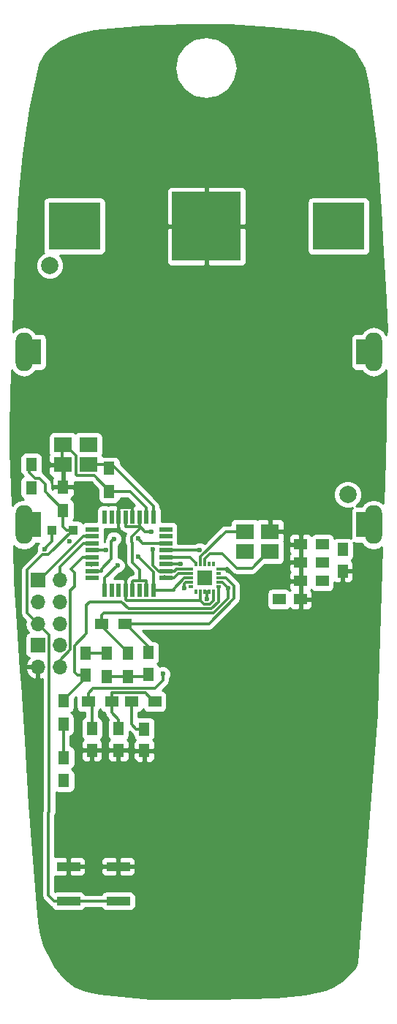
<source format=gbr>
G04 #@! TF.FileFunction,Copper,L2,Bot,Signal*
%FSLAX46Y46*%
G04 Gerber Fmt 4.6, Leading zero omitted, Abs format (unit mm)*
G04 Created by KiCad (PCBNEW 4.0.7) date Mon Aug 27 18:32:32 2018*
%MOMM*%
%LPD*%
G01*
G04 APERTURE LIST*
%ADD10C,0.100000*%
%ADD11R,1.000000X1.000000*%
%ADD12R,1.700000X1.700000*%
%ADD13O,1.700000X1.700000*%
%ADD14R,2.750000X1.000000*%
%ADD15C,2.000000*%
%ADD16R,1.500000X3.000000*%
%ADD17O,2.000000X4.500000*%
%ADD18R,0.550000X0.300000*%
%ADD19R,0.300000X0.550000*%
%ADD20R,1.800000X1.800000*%
%ADD21R,0.600000X1.500000*%
%ADD22R,1.500000X0.600000*%
%ADD23R,1.250000X1.500000*%
%ADD24R,1.500000X1.250000*%
%ADD25R,1.300000X1.500000*%
%ADD26R,1.500000X1.300000*%
%ADD27R,2.100000X1.800000*%
%ADD28R,6.000000X5.500000*%
%ADD29R,8.000000X8.000000*%
%ADD30C,0.600000*%
%ADD31C,0.300000*%
%ADD32C,0.254000*%
G04 APERTURE END LIST*
D10*
D11*
X42090000Y-103160000D03*
X44590000Y-103160000D03*
D12*
X40460000Y-108920000D03*
D13*
X43000000Y-108920000D03*
X40460000Y-111460000D03*
X43000000Y-111460000D03*
X40460000Y-114000000D03*
X43000000Y-114000000D03*
D12*
X40460000Y-116460000D03*
D13*
X43000000Y-116460000D03*
X40460000Y-119000000D03*
X43000000Y-119000000D03*
D14*
X44025000Y-146100000D03*
X49775000Y-146100000D03*
X49775000Y-142100000D03*
X44025000Y-142100000D03*
D15*
X41850000Y-72550000D03*
D16*
X40100000Y-102550000D03*
X40100000Y-82550000D03*
X78100000Y-82550000D03*
X78100000Y-102550000D03*
D17*
X38850000Y-82550000D03*
X79350000Y-82550000D03*
X38850000Y-102550000D03*
X79350000Y-102550000D03*
D15*
X76350000Y-99050000D03*
D18*
X61400000Y-107710000D03*
X61400000Y-108210000D03*
X61400000Y-108710000D03*
X61400000Y-109210000D03*
X61400000Y-109710000D03*
D19*
X60800000Y-110310000D03*
X60300000Y-110310000D03*
X59800000Y-110310000D03*
X59300000Y-110310000D03*
X58800000Y-110310000D03*
D18*
X58200000Y-109710000D03*
X58200000Y-109210000D03*
X58200000Y-108710000D03*
X58200000Y-108210000D03*
X58200000Y-107710000D03*
D19*
X58800000Y-107110000D03*
X59300000Y-107110000D03*
X59800000Y-107110000D03*
X60300000Y-107110000D03*
X60800000Y-107110000D03*
D20*
X59800000Y-108710000D03*
D21*
X48230000Y-101650000D03*
X49030000Y-101650000D03*
X49830000Y-101650000D03*
X50630000Y-101650000D03*
X51430000Y-101650000D03*
X52230000Y-101650000D03*
X53030000Y-101650000D03*
X53830000Y-101650000D03*
D22*
X55280000Y-103100000D03*
X55280000Y-103900000D03*
X55280000Y-104700000D03*
X55280000Y-105500000D03*
X55280000Y-106300000D03*
X55280000Y-107100000D03*
X55280000Y-107900000D03*
X55280000Y-108700000D03*
D21*
X53830000Y-110150000D03*
X53030000Y-110150000D03*
X52230000Y-110150000D03*
X51430000Y-110150000D03*
X50630000Y-110150000D03*
X49830000Y-110150000D03*
X49030000Y-110150000D03*
X48230000Y-110150000D03*
D22*
X46780000Y-108700000D03*
X46780000Y-107900000D03*
X46780000Y-107100000D03*
X46780000Y-106300000D03*
X46780000Y-105500000D03*
X46780000Y-104700000D03*
X46780000Y-103900000D03*
X46780000Y-103100000D03*
D23*
X45960000Y-119930000D03*
X45960000Y-117430000D03*
X75760000Y-105420000D03*
X75760000Y-107920000D03*
D24*
X73400000Y-106910000D03*
X70900000Y-106910000D03*
X73400000Y-104810000D03*
X70900000Y-104810000D03*
X73390000Y-109050000D03*
X70890000Y-109050000D03*
D23*
X52790000Y-126190000D03*
X52790000Y-128690000D03*
X49800000Y-126160000D03*
X49800000Y-128660000D03*
X46720000Y-126160000D03*
X46720000Y-128660000D03*
D24*
X70890000Y-111180000D03*
X68390000Y-111180000D03*
D23*
X53310000Y-117370000D03*
X53310000Y-119870000D03*
D25*
X48440000Y-117410000D03*
X48440000Y-120110000D03*
X43420000Y-125640000D03*
X43420000Y-122940000D03*
D26*
X51300000Y-123000000D03*
X54000000Y-123000000D03*
X49000000Y-123000000D03*
X46300000Y-123000000D03*
X47870000Y-113990000D03*
X50570000Y-113990000D03*
D25*
X50870000Y-120090000D03*
X50870000Y-117390000D03*
X48730000Y-98710000D03*
X48730000Y-96010000D03*
X43400000Y-100890000D03*
X43400000Y-98190000D03*
X39710000Y-95560000D03*
X39710000Y-98260000D03*
X43480000Y-132180000D03*
X43480000Y-129480000D03*
D27*
X64430000Y-103350000D03*
X67330000Y-103350000D03*
X67330000Y-105650000D03*
X64430000Y-105650000D03*
X46300000Y-95600000D03*
X43400000Y-95600000D03*
X43400000Y-93300000D03*
X46300000Y-93300000D03*
D28*
X75300000Y-68000000D03*
X44700000Y-68000000D03*
D29*
X60000000Y-68000000D03*
D30*
X67330000Y-103350000D03*
X61100000Y-102550000D03*
X50630000Y-110150000D03*
X75300000Y-68000000D03*
X44700000Y-68000000D03*
X75760000Y-105420000D03*
X39710000Y-98260000D03*
X41220000Y-105360000D03*
X53610010Y-103350000D03*
X43480000Y-132180000D03*
X52230000Y-101650000D03*
X50630000Y-101650000D03*
X73450000Y-109060000D03*
X73400000Y-106910000D03*
X73400000Y-104810000D03*
X60060000Y-111120000D03*
X57425158Y-109872654D03*
X57020000Y-107059992D03*
X44136096Y-104500012D03*
X52080000Y-106250000D03*
X55280000Y-108700000D03*
X53810000Y-105350000D03*
X55280000Y-107900000D03*
X59205380Y-105455380D03*
X52080000Y-104150000D03*
X49690000Y-107250000D03*
X49259200Y-104180001D03*
X48340000Y-105450000D03*
X51300000Y-123000000D03*
X50870000Y-120090000D03*
X54930000Y-119820000D03*
X68390000Y-111180000D03*
X62510000Y-109880000D03*
X46780000Y-107100000D03*
D31*
X41450000Y-95000000D02*
X41450000Y-95450000D01*
X41450000Y-95450000D02*
X41600000Y-95600000D01*
X41600000Y-95600000D02*
X42050000Y-95600000D01*
X42050000Y-95600000D02*
X43400000Y-95600000D01*
X42050000Y-95600000D02*
X41450000Y-95000000D01*
X60800000Y-110310000D02*
X60800000Y-111342002D01*
X60800000Y-111342002D02*
X60372001Y-111770001D01*
X60372001Y-111770001D02*
X59747999Y-111770001D01*
X59747999Y-111770001D02*
X59300000Y-111322002D01*
X61400000Y-107710000D02*
X62350000Y-107710000D01*
X49830000Y-101650000D02*
X49830000Y-103230000D01*
X43400000Y-95600000D02*
X43400000Y-98190000D01*
X49830000Y-101650000D02*
X49830000Y-100769998D01*
X49830000Y-100769998D02*
X50049999Y-100549999D01*
X50049999Y-100549999D02*
X51379999Y-100549999D01*
X51379999Y-100549999D02*
X51430000Y-100600000D01*
X51430000Y-100600000D02*
X51430000Y-101650000D01*
X50630000Y-110150000D02*
X50630000Y-108407998D01*
X59300000Y-111322002D02*
X50752002Y-111322002D01*
X50752002Y-111322002D02*
X50630000Y-111200000D01*
X50630000Y-111200000D02*
X50630000Y-110150000D01*
X59300000Y-111322002D02*
X59300000Y-110310000D01*
X49830000Y-101650000D02*
X49830000Y-100360000D01*
X51430000Y-101650000D02*
X51430000Y-100260000D01*
X50630000Y-101650000D02*
X50630000Y-102700000D01*
X52230000Y-102700000D02*
X52230000Y-101650000D01*
X50630000Y-102700000D02*
X50680001Y-102750001D01*
X50680001Y-102750001D02*
X52189999Y-102750001D01*
X52189999Y-102750001D02*
X52230000Y-102710000D01*
X52230000Y-102710000D02*
X52230000Y-102700000D01*
X51480001Y-109049999D02*
X52250000Y-109049999D01*
X52250000Y-109049999D02*
X52979999Y-109049999D01*
X52230000Y-101650000D02*
X52230000Y-103037998D01*
X51429999Y-106900877D02*
X52250000Y-107720878D01*
X52230000Y-103037998D02*
X51290000Y-103977998D01*
X51290000Y-103977998D02*
X51290000Y-104507998D01*
X51290000Y-104507998D02*
X51430001Y-104647999D01*
X51430001Y-104647999D02*
X51430001Y-105937997D01*
X51430001Y-105937997D02*
X51429999Y-105937999D01*
X51429999Y-105937999D02*
X51429999Y-106900877D01*
X52250000Y-107720878D02*
X52250000Y-109049999D01*
X51430000Y-110150000D02*
X51430000Y-109100000D01*
X51430000Y-109100000D02*
X51480001Y-109049999D01*
X52979999Y-109049999D02*
X53030000Y-109100000D01*
X53030000Y-109100000D02*
X53030000Y-110150000D01*
X41519999Y-105050001D02*
X42090000Y-104480000D01*
X42090000Y-104480000D02*
X42090000Y-103160000D01*
X41220000Y-105360000D02*
X41519999Y-105060001D01*
X41519999Y-105060001D02*
X41519999Y-105050001D01*
X52230000Y-102700000D02*
X52880000Y-103350000D01*
X52880000Y-103350000D02*
X53610010Y-103350000D01*
X60060000Y-110310000D02*
X60300000Y-110310000D01*
X59800000Y-110310000D02*
X60060000Y-110310000D01*
X60060000Y-110310000D02*
X60060000Y-111120000D01*
X57425158Y-109872654D02*
X57425158Y-109409842D01*
X57425158Y-109409842D02*
X57625000Y-109210000D01*
X57625000Y-109210000D02*
X58200000Y-109210000D01*
X55280000Y-107100000D02*
X56979992Y-107100000D01*
X56979992Y-107100000D02*
X57020000Y-107059992D01*
X53830000Y-110150000D02*
X53830000Y-108000000D01*
X53830000Y-108000000D02*
X52080000Y-106250000D01*
X58200000Y-108710000D02*
X57417880Y-108710000D01*
X56204998Y-109922882D02*
X56204998Y-110150000D01*
X57417880Y-108710000D02*
X56204998Y-109922882D01*
X53830000Y-110150000D02*
X56204998Y-110150000D01*
X55130000Y-108550000D02*
X55280000Y-108700000D01*
X58200000Y-108210000D02*
X56727120Y-108210000D01*
X56727120Y-108210000D02*
X56237120Y-108700000D01*
X56237120Y-108700000D02*
X55280000Y-108700000D01*
X55280000Y-107900000D02*
X54437120Y-107900000D01*
X54437120Y-107900000D02*
X53810000Y-107272880D01*
X53810000Y-107272880D02*
X53810000Y-105350000D01*
X55280000Y-107900000D02*
X56330000Y-107900000D01*
X56330000Y-107900000D02*
X56520008Y-107709992D01*
X56520008Y-107709992D02*
X57849992Y-107709992D01*
X57849992Y-107709992D02*
X57850000Y-107710000D01*
X57850000Y-107710000D02*
X58200000Y-107710000D01*
X55280000Y-106300000D02*
X58115000Y-106300000D01*
X58115000Y-106300000D02*
X58800000Y-106985000D01*
X58800000Y-106985000D02*
X58800000Y-107110000D01*
X46300000Y-95600000D02*
X48320000Y-95600000D01*
X48320000Y-95600000D02*
X48730000Y-96010000D01*
X53830000Y-101650000D02*
X53830000Y-100402880D01*
X53830000Y-100402880D02*
X48937110Y-95509990D01*
X48937110Y-95509990D02*
X48522890Y-95509990D01*
X48522890Y-95509990D02*
X48376440Y-95656440D01*
X48730000Y-96110000D02*
X48730000Y-96010000D01*
X55280000Y-105500000D02*
X59160760Y-105500000D01*
X59160760Y-105500000D02*
X59205380Y-105455380D01*
X55290000Y-105510000D02*
X55280000Y-105500000D01*
X55280000Y-104700000D02*
X52630000Y-104700000D01*
X52630000Y-104700000D02*
X52080000Y-104150000D01*
X49690000Y-107250000D02*
X48230000Y-108710000D01*
X48230000Y-108710000D02*
X48230000Y-110150000D01*
X47840000Y-107650000D02*
X48990001Y-106499999D01*
X48990001Y-104449200D02*
X49259200Y-104180001D01*
X48990001Y-106499999D02*
X48990001Y-104449200D01*
X47840000Y-107900000D02*
X47840000Y-107650000D01*
X46780000Y-107900000D02*
X47840000Y-107900000D01*
X40460000Y-114000000D02*
X39259999Y-112799999D01*
X39259999Y-112799999D02*
X39259999Y-107789999D01*
X39259999Y-107789999D02*
X41039997Y-106010001D01*
X41039997Y-106010001D02*
X41664105Y-106010001D01*
X41664105Y-106010001D02*
X44514106Y-103160000D01*
X44514106Y-103160000D02*
X44590000Y-103160000D01*
X46780000Y-105500000D02*
X48290000Y-105500000D01*
X48290000Y-105500000D02*
X48340000Y-105450000D01*
X41330000Y-97849998D02*
X41330000Y-98720000D01*
X41330000Y-98720000D02*
X43400000Y-100790000D01*
X43400000Y-100790000D02*
X43400000Y-100890000D01*
X39710000Y-95560000D02*
X39499990Y-95770010D01*
X39499990Y-95770010D02*
X39499990Y-96507110D01*
X39499990Y-96507110D02*
X40152879Y-97159999D01*
X40152879Y-97159999D02*
X40640001Y-97159999D01*
X40640001Y-97159999D02*
X41330000Y-97849998D01*
X44590000Y-103160000D02*
X43790000Y-103160000D01*
X43400000Y-100890000D02*
X43400000Y-102770000D01*
X43400000Y-102770000D02*
X43790000Y-103160000D01*
X41690000Y-135870000D02*
X41799999Y-135760001D01*
X41799999Y-115339999D02*
X40460000Y-114000000D01*
X41799999Y-135760001D02*
X41799999Y-115339999D01*
X42350000Y-146100000D02*
X41690000Y-145440000D01*
X41690000Y-145440000D02*
X41690000Y-135870000D01*
X44025000Y-146100000D02*
X42350000Y-146100000D01*
X44025000Y-146100000D02*
X49775000Y-146100000D01*
X43000000Y-108920000D02*
X43000000Y-107430000D01*
X43000000Y-107430000D02*
X45730000Y-104700000D01*
X45730000Y-104700000D02*
X46780000Y-104700000D01*
X40460000Y-108920000D02*
X40678110Y-108920000D01*
X40678110Y-108920000D02*
X45698110Y-103900000D01*
X45698110Y-103900000D02*
X46780000Y-103900000D01*
X40852880Y-108920000D02*
X40460000Y-108920000D01*
X40460000Y-108920000D02*
X41080000Y-108920000D01*
X45960000Y-117430000D02*
X48420000Y-117430000D01*
X48420000Y-117430000D02*
X48440000Y-117410000D01*
X50870000Y-120090000D02*
X50870000Y-119990000D01*
X51400000Y-123000000D02*
X51300000Y-123000000D01*
X50870000Y-120090000D02*
X53090000Y-120090000D01*
X53090000Y-120090000D02*
X53310000Y-119870000D01*
X48440000Y-120110000D02*
X50850000Y-120110000D01*
X50850000Y-120110000D02*
X50870000Y-120090000D01*
X52790000Y-126190000D02*
X51865000Y-126190000D01*
X51865000Y-126190000D02*
X51300000Y-125625000D01*
X51300000Y-125625000D02*
X51300000Y-123000000D01*
X49000000Y-123000000D02*
X49000000Y-122050000D01*
X49000000Y-122050000D02*
X49050001Y-121999999D01*
X49050001Y-121999999D02*
X52899999Y-121999999D01*
X52899999Y-121999999D02*
X53900000Y-123000000D01*
X53900000Y-123000000D02*
X54000000Y-123000000D01*
X49800000Y-126160000D02*
X49800000Y-125110000D01*
X49800000Y-125110000D02*
X49000000Y-124310000D01*
X49000000Y-124310000D02*
X49000000Y-123000000D01*
X46300000Y-123000000D02*
X46300000Y-122050000D01*
X46300000Y-122050000D02*
X46850011Y-121499989D01*
X46850011Y-121499989D02*
X54000011Y-121499989D01*
X54000011Y-121499989D02*
X54930000Y-120570000D01*
X54930000Y-120570000D02*
X54930000Y-119820000D01*
X46400000Y-123000000D02*
X46300000Y-123000000D01*
X46720000Y-126160000D02*
X46720000Y-123420000D01*
X46720000Y-123420000D02*
X46300000Y-123000000D01*
X43420000Y-125640000D02*
X43420000Y-129420000D01*
X43420000Y-129420000D02*
X43480000Y-129480000D01*
X43280000Y-94850000D02*
X43280000Y-93650000D01*
X48730000Y-98710000D02*
X48730000Y-98610000D01*
X48730000Y-98610000D02*
X46970001Y-96850001D01*
X46970001Y-96850001D02*
X44969999Y-96850001D01*
X44969999Y-96850001D02*
X44899999Y-96780001D01*
X44899999Y-96780001D02*
X44899999Y-94562879D01*
X44899999Y-94562879D02*
X43487110Y-93149990D01*
X43487110Y-93149990D02*
X43400000Y-93149990D01*
X48730000Y-98710000D02*
X51140000Y-98710000D01*
X51140000Y-98710000D02*
X53030000Y-100600000D01*
X53030000Y-100600000D02*
X53030000Y-101650000D01*
X46090000Y-115170000D02*
X46090000Y-111820000D01*
X46090000Y-111820000D02*
X46460000Y-111450000D01*
X44730000Y-116530000D02*
X46090000Y-115170000D01*
X45035000Y-119930000D02*
X44730000Y-119625000D01*
X44730000Y-119625000D02*
X44730000Y-116530000D01*
X45960000Y-119930000D02*
X45035000Y-119930000D01*
X50992891Y-112270011D02*
X60579111Y-112270011D01*
X46460000Y-111450000D02*
X50172880Y-111450000D01*
X50172880Y-111450000D02*
X50992891Y-112270011D01*
X60579111Y-112270011D02*
X61400000Y-111449122D01*
X61400000Y-111449122D02*
X61400000Y-109710000D01*
X43420000Y-122940000D02*
X43420000Y-122840000D01*
X43420000Y-122840000D02*
X45960000Y-120300000D01*
X45960000Y-120300000D02*
X45960000Y-119930000D01*
X47870000Y-113990000D02*
X47870000Y-113040000D01*
X47870000Y-113040000D02*
X48139979Y-112770021D01*
X48139979Y-112770021D02*
X60786221Y-112770021D01*
X60786221Y-112770021D02*
X62510000Y-111046242D01*
X62510000Y-111046242D02*
X62510000Y-109880000D01*
X61400000Y-109210000D02*
X61840000Y-109210000D01*
X61840000Y-109210000D02*
X62510000Y-109880000D01*
X50870000Y-117390000D02*
X50870000Y-117290000D01*
X50870000Y-117290000D02*
X47870000Y-114290000D01*
X47870000Y-114290000D02*
X47870000Y-113990000D01*
X50570000Y-113990000D02*
X60273362Y-113990000D01*
X63160001Y-111103361D02*
X63160001Y-109590001D01*
X60273362Y-113990000D02*
X63160001Y-111103361D01*
X63160001Y-109590001D02*
X62280000Y-108710000D01*
X62280000Y-108710000D02*
X61400000Y-108710000D01*
X50570000Y-113990000D02*
X50670000Y-113990000D01*
X50670000Y-113990000D02*
X53310000Y-116630000D01*
X53310000Y-116630000D02*
X53310000Y-117370000D01*
X59300000Y-107110000D02*
X59300000Y-106280000D01*
X59300000Y-106280000D02*
X62230000Y-103350000D01*
X62230000Y-103350000D02*
X64430000Y-103350000D01*
X61860000Y-105920000D02*
X63510000Y-107570000D01*
X63510000Y-107570000D02*
X65260000Y-107570000D01*
X67180000Y-105650000D02*
X67330000Y-105650000D01*
X65260000Y-107570000D02*
X67180000Y-105650000D01*
X60415000Y-105920000D02*
X61860000Y-105920000D01*
X59800000Y-107110000D02*
X59800000Y-106535000D01*
X59800000Y-106535000D02*
X60415000Y-105920000D01*
X46630001Y-107249999D02*
X46780000Y-107100000D01*
X43000000Y-119000000D02*
X43000000Y-118236002D01*
X43000000Y-118236002D02*
X44229990Y-117006012D01*
X44229990Y-117006012D02*
X44229990Y-110173132D01*
X45660000Y-106300000D02*
X46780000Y-106300000D01*
X44229990Y-110173132D02*
X44700011Y-109703111D01*
X44700011Y-109703111D02*
X44700011Y-108136889D01*
X44700011Y-108136889D02*
X44280000Y-107716878D01*
X44280000Y-107716878D02*
X44280000Y-107680000D01*
X44280000Y-107680000D02*
X45660000Y-106300000D01*
D32*
G36*
X67444321Y-45007921D02*
X72561283Y-45499936D01*
X74702773Y-46151694D01*
X77025573Y-47609138D01*
X78229743Y-49660686D01*
X78650464Y-51624050D01*
X79643016Y-58671172D01*
X80091309Y-66043096D01*
X80391275Y-71042524D01*
X80391503Y-71043396D01*
X80391383Y-71044289D01*
X80640884Y-75036310D01*
X80839806Y-80009361D01*
X80832090Y-80575210D01*
X80506120Y-80087360D01*
X79975687Y-79732937D01*
X79350000Y-79608480D01*
X78724313Y-79732937D01*
X78193880Y-80087360D01*
X77983271Y-80402560D01*
X77350000Y-80402560D01*
X77114683Y-80446838D01*
X76898559Y-80585910D01*
X76753569Y-80798110D01*
X76702560Y-81050000D01*
X76702560Y-84050000D01*
X76746838Y-84285317D01*
X76885910Y-84501441D01*
X77098110Y-84646431D01*
X77350000Y-84697440D01*
X77983271Y-84697440D01*
X78193880Y-85012640D01*
X78724313Y-85367063D01*
X79350000Y-85491520D01*
X79975687Y-85367063D01*
X80506120Y-85012640D01*
X80777110Y-84607073D01*
X80690121Y-90986306D01*
X80590300Y-94979132D01*
X80419676Y-100029600D01*
X79975687Y-99732937D01*
X79350000Y-99608480D01*
X78724313Y-99732937D01*
X78193880Y-100087360D01*
X77983271Y-100402560D01*
X77350000Y-100402560D01*
X77299892Y-100411988D01*
X77735278Y-99977363D01*
X77984716Y-99376648D01*
X77985284Y-98726205D01*
X77736894Y-98125057D01*
X77277363Y-97664722D01*
X76676648Y-97415284D01*
X76026205Y-97414716D01*
X75425057Y-97663106D01*
X74964722Y-98122637D01*
X74715284Y-98723352D01*
X74714716Y-99373795D01*
X74963106Y-99974943D01*
X75422637Y-100435278D01*
X76023352Y-100684716D01*
X76673795Y-100685284D01*
X76892368Y-100594971D01*
X76753569Y-100798110D01*
X76702560Y-101050000D01*
X76702560Y-104050000D01*
X76717338Y-104128537D01*
X76636890Y-104073569D01*
X76385000Y-104022560D01*
X75135000Y-104022560D01*
X74899683Y-104066838D01*
X74788650Y-104138286D01*
X74753162Y-103949683D01*
X74614090Y-103733559D01*
X74401890Y-103588569D01*
X74150000Y-103537560D01*
X72650000Y-103537560D01*
X72414683Y-103581838D01*
X72198559Y-103720910D01*
X72152031Y-103789006D01*
X72009698Y-103646673D01*
X71776309Y-103550000D01*
X71185750Y-103550000D01*
X71027000Y-103708750D01*
X71027000Y-104683000D01*
X71047000Y-104683000D01*
X71047000Y-104937000D01*
X71027000Y-104937000D01*
X71027000Y-106783000D01*
X71047000Y-106783000D01*
X71047000Y-107037000D01*
X71027000Y-107037000D01*
X71027000Y-107938750D01*
X71017000Y-107948750D01*
X71017000Y-108923000D01*
X71037000Y-108923000D01*
X71037000Y-109177000D01*
X71017000Y-109177000D01*
X71017000Y-111053000D01*
X72116250Y-111053000D01*
X72275000Y-110894250D01*
X72275000Y-110428690D01*
X72178327Y-110195301D01*
X72098026Y-110115000D01*
X72140936Y-110072090D01*
X72175910Y-110126441D01*
X72388110Y-110271431D01*
X72640000Y-110322440D01*
X74140000Y-110322440D01*
X74375317Y-110278162D01*
X74591441Y-110139090D01*
X74736431Y-109926890D01*
X74787440Y-109675000D01*
X74787440Y-109213355D01*
X75008690Y-109305000D01*
X75474250Y-109305000D01*
X75633000Y-109146250D01*
X75633000Y-108047000D01*
X75887000Y-108047000D01*
X75887000Y-109146250D01*
X76045750Y-109305000D01*
X76511310Y-109305000D01*
X76744699Y-109208327D01*
X76923327Y-109029698D01*
X77020000Y-108796309D01*
X77020000Y-108205750D01*
X76861250Y-108047000D01*
X75887000Y-108047000D01*
X75633000Y-108047000D01*
X75613000Y-108047000D01*
X75613000Y-107793000D01*
X75633000Y-107793000D01*
X75633000Y-107773000D01*
X75887000Y-107773000D01*
X75887000Y-107793000D01*
X76861250Y-107793000D01*
X77020000Y-107634250D01*
X77020000Y-107043691D01*
X76923327Y-106810302D01*
X76782090Y-106669064D01*
X76836441Y-106634090D01*
X76981431Y-106421890D01*
X77032440Y-106170000D01*
X77032440Y-104670000D01*
X77017662Y-104591463D01*
X77098110Y-104646431D01*
X77350000Y-104697440D01*
X77983271Y-104697440D01*
X78193880Y-105012640D01*
X78724313Y-105367063D01*
X79350000Y-105491520D01*
X79975687Y-105367063D01*
X80260630Y-105176671D01*
X79890319Y-118178708D01*
X79690895Y-124460543D01*
X77399705Y-153249843D01*
X77235061Y-153710847D01*
X75600615Y-155345293D01*
X74714225Y-155921446D01*
X73781956Y-156320990D01*
X71387004Y-156847880D01*
X68053507Y-157191034D01*
X61042283Y-157389934D01*
X53534556Y-157340214D01*
X47564011Y-156797437D01*
X45966565Y-156421567D01*
X44746698Y-155924585D01*
X43954006Y-155352085D01*
X43084135Y-154527997D01*
X42452842Y-153671242D01*
X41164836Y-151238345D01*
X40845563Y-150052474D01*
X40604235Y-148507969D01*
X40407144Y-146635606D01*
X39508354Y-134951327D01*
X39058705Y-127517135D01*
X39057045Y-127510813D01*
X39058305Y-127500963D01*
X38608305Y-121000964D01*
X38608097Y-121000200D01*
X38608196Y-120999414D01*
X38490873Y-119356890D01*
X39018524Y-119356890D01*
X39188355Y-119766924D01*
X39578642Y-120195183D01*
X40103108Y-120441486D01*
X40333000Y-120320819D01*
X40333000Y-119127000D01*
X39139845Y-119127000D01*
X39018524Y-119356890D01*
X38490873Y-119356890D01*
X38108479Y-114003377D01*
X37809363Y-109018110D01*
X37688979Y-105005305D01*
X37693880Y-105012640D01*
X38224313Y-105367063D01*
X38850000Y-105491520D01*
X39475687Y-105367063D01*
X40006120Y-105012640D01*
X40216729Y-104697440D01*
X40560272Y-104697440D01*
X40427808Y-104829673D01*
X40285162Y-105173201D01*
X40284838Y-105545167D01*
X40316952Y-105622888D01*
X38704920Y-107234920D01*
X38534754Y-107489592D01*
X38490912Y-107710000D01*
X38474999Y-107789999D01*
X38474999Y-112799999D01*
X38534754Y-113100406D01*
X38704920Y-113355078D01*
X39012924Y-113663082D01*
X38945907Y-114000000D01*
X39058946Y-114568285D01*
X39358804Y-115017056D01*
X39158559Y-115145910D01*
X39013569Y-115358110D01*
X38962560Y-115610000D01*
X38962560Y-117310000D01*
X39006838Y-117545317D01*
X39145910Y-117761441D01*
X39358110Y-117906431D01*
X39466107Y-117928301D01*
X39188355Y-118233076D01*
X39018524Y-118643110D01*
X39139845Y-118873000D01*
X40333000Y-118873000D01*
X40333000Y-118853000D01*
X40587000Y-118853000D01*
X40587000Y-118873000D01*
X40607000Y-118873000D01*
X40607000Y-119127000D01*
X40587000Y-119127000D01*
X40587000Y-120320819D01*
X40816892Y-120441486D01*
X41014999Y-120348450D01*
X41014999Y-135494397D01*
X40964755Y-135569593D01*
X40964755Y-135569594D01*
X40905000Y-135870000D01*
X40905000Y-145440000D01*
X40964755Y-145740407D01*
X41134921Y-145995079D01*
X41794921Y-146655079D01*
X42044274Y-146821691D01*
X42046838Y-146835317D01*
X42185910Y-147051441D01*
X42398110Y-147196431D01*
X42650000Y-147247440D01*
X45400000Y-147247440D01*
X45635317Y-147203162D01*
X45851441Y-147064090D01*
X45973808Y-146885000D01*
X47828808Y-146885000D01*
X47935910Y-147051441D01*
X48148110Y-147196431D01*
X48400000Y-147247440D01*
X51150000Y-147247440D01*
X51385317Y-147203162D01*
X51601441Y-147064090D01*
X51746431Y-146851890D01*
X51797440Y-146600000D01*
X51797440Y-145600000D01*
X51753162Y-145364683D01*
X51614090Y-145148559D01*
X51401890Y-145003569D01*
X51150000Y-144952560D01*
X48400000Y-144952560D01*
X48164683Y-144996838D01*
X47948559Y-145135910D01*
X47826192Y-145315000D01*
X45971192Y-145315000D01*
X45864090Y-145148559D01*
X45651890Y-145003569D01*
X45400000Y-144952560D01*
X42650000Y-144952560D01*
X42475000Y-144985489D01*
X42475000Y-143214832D01*
X42523691Y-143235000D01*
X43739250Y-143235000D01*
X43898000Y-143076250D01*
X43898000Y-142227000D01*
X44152000Y-142227000D01*
X44152000Y-143076250D01*
X44310750Y-143235000D01*
X45526309Y-143235000D01*
X45759698Y-143138327D01*
X45938327Y-142959699D01*
X46035000Y-142726310D01*
X46035000Y-142385750D01*
X47765000Y-142385750D01*
X47765000Y-142726310D01*
X47861673Y-142959699D01*
X48040302Y-143138327D01*
X48273691Y-143235000D01*
X49489250Y-143235000D01*
X49648000Y-143076250D01*
X49648000Y-142227000D01*
X49902000Y-142227000D01*
X49902000Y-143076250D01*
X50060750Y-143235000D01*
X51276309Y-143235000D01*
X51509698Y-143138327D01*
X51688327Y-142959699D01*
X51785000Y-142726310D01*
X51785000Y-142385750D01*
X51626250Y-142227000D01*
X49902000Y-142227000D01*
X49648000Y-142227000D01*
X47923750Y-142227000D01*
X47765000Y-142385750D01*
X46035000Y-142385750D01*
X45876250Y-142227000D01*
X44152000Y-142227000D01*
X43898000Y-142227000D01*
X43878000Y-142227000D01*
X43878000Y-141973000D01*
X43898000Y-141973000D01*
X43898000Y-141123750D01*
X44152000Y-141123750D01*
X44152000Y-141973000D01*
X45876250Y-141973000D01*
X46035000Y-141814250D01*
X46035000Y-141473690D01*
X47765000Y-141473690D01*
X47765000Y-141814250D01*
X47923750Y-141973000D01*
X49648000Y-141973000D01*
X49648000Y-141123750D01*
X49902000Y-141123750D01*
X49902000Y-141973000D01*
X51626250Y-141973000D01*
X51785000Y-141814250D01*
X51785000Y-141473690D01*
X51688327Y-141240301D01*
X51509698Y-141061673D01*
X51276309Y-140965000D01*
X50060750Y-140965000D01*
X49902000Y-141123750D01*
X49648000Y-141123750D01*
X49489250Y-140965000D01*
X48273691Y-140965000D01*
X48040302Y-141061673D01*
X47861673Y-141240301D01*
X47765000Y-141473690D01*
X46035000Y-141473690D01*
X45938327Y-141240301D01*
X45759698Y-141061673D01*
X45526309Y-140965000D01*
X44310750Y-140965000D01*
X44152000Y-141123750D01*
X43898000Y-141123750D01*
X43739250Y-140965000D01*
X42523691Y-140965000D01*
X42475000Y-140985168D01*
X42475000Y-136135604D01*
X42525244Y-136060408D01*
X42584999Y-135760001D01*
X42584999Y-133527826D01*
X42830000Y-133577440D01*
X44130000Y-133577440D01*
X44365317Y-133533162D01*
X44581441Y-133394090D01*
X44726431Y-133181890D01*
X44777440Y-132930000D01*
X44777440Y-131430000D01*
X44733162Y-131194683D01*
X44594090Y-130978559D01*
X44381890Y-130833569D01*
X44368803Y-130830919D01*
X44581441Y-130694090D01*
X44726431Y-130481890D01*
X44777440Y-130230000D01*
X44777440Y-128945750D01*
X45460000Y-128945750D01*
X45460000Y-129536309D01*
X45556673Y-129769698D01*
X45735301Y-129948327D01*
X45968690Y-130045000D01*
X46434250Y-130045000D01*
X46593000Y-129886250D01*
X46593000Y-128787000D01*
X46847000Y-128787000D01*
X46847000Y-129886250D01*
X47005750Y-130045000D01*
X47471310Y-130045000D01*
X47704699Y-129948327D01*
X47883327Y-129769698D01*
X47980000Y-129536309D01*
X47980000Y-128945750D01*
X48540000Y-128945750D01*
X48540000Y-129536309D01*
X48636673Y-129769698D01*
X48815301Y-129948327D01*
X49048690Y-130045000D01*
X49514250Y-130045000D01*
X49673000Y-129886250D01*
X49673000Y-128787000D01*
X49927000Y-128787000D01*
X49927000Y-129886250D01*
X50085750Y-130045000D01*
X50551310Y-130045000D01*
X50784699Y-129948327D01*
X50963327Y-129769698D01*
X51060000Y-129536309D01*
X51060000Y-128975750D01*
X51530000Y-128975750D01*
X51530000Y-129566309D01*
X51626673Y-129799698D01*
X51805301Y-129978327D01*
X52038690Y-130075000D01*
X52504250Y-130075000D01*
X52663000Y-129916250D01*
X52663000Y-128817000D01*
X52917000Y-128817000D01*
X52917000Y-129916250D01*
X53075750Y-130075000D01*
X53541310Y-130075000D01*
X53774699Y-129978327D01*
X53953327Y-129799698D01*
X54050000Y-129566309D01*
X54050000Y-128975750D01*
X53891250Y-128817000D01*
X52917000Y-128817000D01*
X52663000Y-128817000D01*
X51688750Y-128817000D01*
X51530000Y-128975750D01*
X51060000Y-128975750D01*
X51060000Y-128945750D01*
X50901250Y-128787000D01*
X49927000Y-128787000D01*
X49673000Y-128787000D01*
X48698750Y-128787000D01*
X48540000Y-128945750D01*
X47980000Y-128945750D01*
X47821250Y-128787000D01*
X46847000Y-128787000D01*
X46593000Y-128787000D01*
X45618750Y-128787000D01*
X45460000Y-128945750D01*
X44777440Y-128945750D01*
X44777440Y-128730000D01*
X44733162Y-128494683D01*
X44594090Y-128278559D01*
X44381890Y-128133569D01*
X44205000Y-128097748D01*
X44205000Y-127012038D01*
X44305317Y-126993162D01*
X44521441Y-126854090D01*
X44666431Y-126641890D01*
X44717440Y-126390000D01*
X44717440Y-124890000D01*
X44673162Y-124654683D01*
X44534090Y-124438559D01*
X44321890Y-124293569D01*
X44308803Y-124290919D01*
X44521441Y-124154090D01*
X44666431Y-123941890D01*
X44717440Y-123690000D01*
X44717440Y-122652718D01*
X44902560Y-122467598D01*
X44902560Y-123650000D01*
X44946838Y-123885317D01*
X45085910Y-124101441D01*
X45298110Y-124246431D01*
X45550000Y-124297440D01*
X45935000Y-124297440D01*
X45935000Y-124792666D01*
X45859683Y-124806838D01*
X45643559Y-124945910D01*
X45498569Y-125158110D01*
X45447560Y-125410000D01*
X45447560Y-126910000D01*
X45491838Y-127145317D01*
X45630910Y-127361441D01*
X45699006Y-127407969D01*
X45556673Y-127550302D01*
X45460000Y-127783691D01*
X45460000Y-128374250D01*
X45618750Y-128533000D01*
X46593000Y-128533000D01*
X46593000Y-128513000D01*
X46847000Y-128513000D01*
X46847000Y-128533000D01*
X47821250Y-128533000D01*
X47980000Y-128374250D01*
X47980000Y-127783691D01*
X47883327Y-127550302D01*
X47742090Y-127409064D01*
X47796441Y-127374090D01*
X47941431Y-127161890D01*
X47992440Y-126910000D01*
X47992440Y-125410000D01*
X47948162Y-125174683D01*
X47809090Y-124958559D01*
X47596890Y-124813569D01*
X47505000Y-124794961D01*
X47505000Y-124108881D01*
X47646431Y-123901890D01*
X47649081Y-123888803D01*
X47785910Y-124101441D01*
X47998110Y-124246431D01*
X48215000Y-124290352D01*
X48215000Y-124310000D01*
X48274755Y-124610407D01*
X48444921Y-124865079D01*
X48643265Y-125063423D01*
X48578569Y-125158110D01*
X48527560Y-125410000D01*
X48527560Y-126910000D01*
X48571838Y-127145317D01*
X48710910Y-127361441D01*
X48779006Y-127407969D01*
X48636673Y-127550302D01*
X48540000Y-127783691D01*
X48540000Y-128374250D01*
X48698750Y-128533000D01*
X49673000Y-128533000D01*
X49673000Y-128513000D01*
X49927000Y-128513000D01*
X49927000Y-128533000D01*
X50901250Y-128533000D01*
X51060000Y-128374250D01*
X51060000Y-127783691D01*
X50963327Y-127550302D01*
X50822090Y-127409064D01*
X50876441Y-127374090D01*
X51021431Y-127161890D01*
X51072440Y-126910000D01*
X51072440Y-126507598D01*
X51309921Y-126745079D01*
X51517560Y-126883818D01*
X51517560Y-126940000D01*
X51561838Y-127175317D01*
X51700910Y-127391441D01*
X51769006Y-127437969D01*
X51626673Y-127580302D01*
X51530000Y-127813691D01*
X51530000Y-128404250D01*
X51688750Y-128563000D01*
X52663000Y-128563000D01*
X52663000Y-128543000D01*
X52917000Y-128543000D01*
X52917000Y-128563000D01*
X53891250Y-128563000D01*
X54050000Y-128404250D01*
X54050000Y-127813691D01*
X53953327Y-127580302D01*
X53812090Y-127439064D01*
X53866441Y-127404090D01*
X54011431Y-127191890D01*
X54062440Y-126940000D01*
X54062440Y-125440000D01*
X54018162Y-125204683D01*
X53879090Y-124988559D01*
X53666890Y-124843569D01*
X53415000Y-124792560D01*
X52165000Y-124792560D01*
X52085000Y-124807613D01*
X52085000Y-124290854D01*
X52285317Y-124253162D01*
X52501441Y-124114090D01*
X52646431Y-123901890D01*
X52649081Y-123888803D01*
X52785910Y-124101441D01*
X52998110Y-124246431D01*
X53250000Y-124297440D01*
X54750000Y-124297440D01*
X54985317Y-124253162D01*
X55201441Y-124114090D01*
X55346431Y-123901890D01*
X55397440Y-123650000D01*
X55397440Y-122350000D01*
X55353162Y-122114683D01*
X55214090Y-121898559D01*
X55001890Y-121753569D01*
X54881058Y-121729100D01*
X55485079Y-121125079D01*
X55655245Y-120870407D01*
X55715000Y-120570000D01*
X55715000Y-120357506D01*
X55722192Y-120350327D01*
X55864838Y-120006799D01*
X55865162Y-119634833D01*
X55723117Y-119291057D01*
X55460327Y-119027808D01*
X55116799Y-118885162D01*
X54744833Y-118884838D01*
X54553098Y-118964061D01*
X54538162Y-118884683D01*
X54399090Y-118668559D01*
X54329289Y-118620866D01*
X54386441Y-118584090D01*
X54531431Y-118371890D01*
X54582440Y-118120000D01*
X54582440Y-116620000D01*
X54538162Y-116384683D01*
X54399090Y-116168559D01*
X54186890Y-116023569D01*
X53935000Y-115972560D01*
X53762718Y-115972560D01*
X52565158Y-114775000D01*
X60273362Y-114775000D01*
X60573769Y-114715245D01*
X60828441Y-114545079D01*
X63715080Y-111658440D01*
X63885246Y-111403768D01*
X63945001Y-111103361D01*
X63945001Y-110555000D01*
X66992560Y-110555000D01*
X66992560Y-111805000D01*
X67036838Y-112040317D01*
X67175910Y-112256441D01*
X67388110Y-112401431D01*
X67640000Y-112452440D01*
X69140000Y-112452440D01*
X69375317Y-112408162D01*
X69591441Y-112269090D01*
X69637969Y-112200994D01*
X69780302Y-112343327D01*
X70013691Y-112440000D01*
X70604250Y-112440000D01*
X70763000Y-112281250D01*
X70763000Y-111307000D01*
X71017000Y-111307000D01*
X71017000Y-112281250D01*
X71175750Y-112440000D01*
X71766309Y-112440000D01*
X71999698Y-112343327D01*
X72178327Y-112164699D01*
X72275000Y-111931310D01*
X72275000Y-111465750D01*
X72116250Y-111307000D01*
X71017000Y-111307000D01*
X70763000Y-111307000D01*
X70743000Y-111307000D01*
X70743000Y-111053000D01*
X70763000Y-111053000D01*
X70763000Y-109177000D01*
X69663750Y-109177000D01*
X69505000Y-109335750D01*
X69505000Y-109801310D01*
X69601673Y-110034699D01*
X69681974Y-110115000D01*
X69639064Y-110157910D01*
X69604090Y-110103559D01*
X69391890Y-109958569D01*
X69140000Y-109907560D01*
X67640000Y-109907560D01*
X67404683Y-109951838D01*
X67188559Y-110090910D01*
X67043569Y-110303110D01*
X66992560Y-110555000D01*
X63945001Y-110555000D01*
X63945001Y-109590001D01*
X63929168Y-109510406D01*
X63885246Y-109289594D01*
X63715080Y-109034922D01*
X62835079Y-108154921D01*
X62580407Y-107984755D01*
X62297700Y-107928521D01*
X62278162Y-107824683D01*
X62154204Y-107632046D01*
X62308046Y-107478204D01*
X62954921Y-108125079D01*
X63209593Y-108295245D01*
X63510000Y-108355000D01*
X65260000Y-108355000D01*
X65543087Y-108298690D01*
X69505000Y-108298690D01*
X69505000Y-108764250D01*
X69663750Y-108923000D01*
X70763000Y-108923000D01*
X70763000Y-108021250D01*
X70773000Y-108011250D01*
X70773000Y-107037000D01*
X69673750Y-107037000D01*
X69515000Y-107195750D01*
X69515000Y-107661310D01*
X69611673Y-107894699D01*
X69691974Y-107975000D01*
X69601673Y-108065301D01*
X69505000Y-108298690D01*
X65543087Y-108298690D01*
X65560407Y-108295245D01*
X65815079Y-108125079D01*
X66742718Y-107197440D01*
X68380000Y-107197440D01*
X68615317Y-107153162D01*
X68831441Y-107014090D01*
X68976431Y-106801890D01*
X69027440Y-106550000D01*
X69027440Y-105095750D01*
X69515000Y-105095750D01*
X69515000Y-105561310D01*
X69611673Y-105794699D01*
X69676974Y-105860000D01*
X69611673Y-105925301D01*
X69515000Y-106158690D01*
X69515000Y-106624250D01*
X69673750Y-106783000D01*
X70773000Y-106783000D01*
X70773000Y-104937000D01*
X69673750Y-104937000D01*
X69515000Y-105095750D01*
X69027440Y-105095750D01*
X69027440Y-104750000D01*
X68983162Y-104514683D01*
X68967662Y-104490595D01*
X69015000Y-104376310D01*
X69015000Y-104058690D01*
X69515000Y-104058690D01*
X69515000Y-104524250D01*
X69673750Y-104683000D01*
X70773000Y-104683000D01*
X70773000Y-103708750D01*
X70614250Y-103550000D01*
X70023691Y-103550000D01*
X69790302Y-103646673D01*
X69611673Y-103825301D01*
X69515000Y-104058690D01*
X69015000Y-104058690D01*
X69015000Y-103635750D01*
X68856250Y-103477000D01*
X67457000Y-103477000D01*
X67457000Y-103497000D01*
X67203000Y-103497000D01*
X67203000Y-103477000D01*
X67183000Y-103477000D01*
X67183000Y-103223000D01*
X67203000Y-103223000D01*
X67203000Y-101973750D01*
X67457000Y-101973750D01*
X67457000Y-103223000D01*
X68856250Y-103223000D01*
X69015000Y-103064250D01*
X69015000Y-102323690D01*
X68918327Y-102090301D01*
X68739698Y-101911673D01*
X68506309Y-101815000D01*
X67615750Y-101815000D01*
X67457000Y-101973750D01*
X67203000Y-101973750D01*
X67044250Y-101815000D01*
X66153691Y-101815000D01*
X65920302Y-101911673D01*
X65878340Y-101953634D01*
X65731890Y-101853569D01*
X65480000Y-101802560D01*
X63380000Y-101802560D01*
X63144683Y-101846838D01*
X62928559Y-101985910D01*
X62783569Y-102198110D01*
X62732560Y-102450000D01*
X62732560Y-102565000D01*
X62230000Y-102565000D01*
X61929594Y-102624755D01*
X61674921Y-102794921D01*
X59771150Y-104698692D01*
X59735707Y-104663188D01*
X59392179Y-104520542D01*
X59020213Y-104520218D01*
X58676437Y-104662263D01*
X58623608Y-104715000D01*
X56677440Y-104715000D01*
X56677440Y-104400000D01*
X56657933Y-104296329D01*
X56677440Y-104200000D01*
X56677440Y-103600000D01*
X56657933Y-103496329D01*
X56677440Y-103400000D01*
X56677440Y-102800000D01*
X56633162Y-102564683D01*
X56494090Y-102348559D01*
X56281890Y-102203569D01*
X56030000Y-102152560D01*
X54777440Y-102152560D01*
X54777440Y-100900000D01*
X54733162Y-100664683D01*
X54615000Y-100481054D01*
X54615000Y-100402880D01*
X54555245Y-100102474D01*
X54385079Y-99847801D01*
X50027440Y-95490162D01*
X50027440Y-95260000D01*
X49983162Y-95024683D01*
X49844090Y-94808559D01*
X49631890Y-94663569D01*
X49380000Y-94612560D01*
X48080000Y-94612560D01*
X47984373Y-94630554D01*
X47953162Y-94464683D01*
X47945658Y-94453021D01*
X47946431Y-94451890D01*
X47997440Y-94200000D01*
X47997440Y-92400000D01*
X47953162Y-92164683D01*
X47814090Y-91948559D01*
X47601890Y-91803569D01*
X47350000Y-91752560D01*
X45250000Y-91752560D01*
X45014683Y-91796838D01*
X44848523Y-91903759D01*
X44701890Y-91803569D01*
X44450000Y-91752560D01*
X42350000Y-91752560D01*
X42114683Y-91796838D01*
X41898559Y-91935910D01*
X41753569Y-92148110D01*
X41702560Y-92400000D01*
X41702560Y-94200000D01*
X41746838Y-94435317D01*
X41762338Y-94459405D01*
X41715000Y-94573690D01*
X41715000Y-95314250D01*
X41873750Y-95473000D01*
X42826573Y-95473000D01*
X42979594Y-95575245D01*
X43280000Y-95635000D01*
X43547000Y-95581890D01*
X43547000Y-95727000D01*
X43527000Y-95727000D01*
X43527000Y-98063000D01*
X44526250Y-98063000D01*
X44685000Y-97904250D01*
X44685000Y-97578311D01*
X44969999Y-97635001D01*
X46644843Y-97635001D01*
X47432560Y-98422718D01*
X47432560Y-99460000D01*
X47476838Y-99695317D01*
X47615910Y-99911441D01*
X47828110Y-100056431D01*
X48080000Y-100107440D01*
X49380000Y-100107440D01*
X49615317Y-100063162D01*
X49831441Y-99924090D01*
X49976431Y-99711890D01*
X50020352Y-99495000D01*
X50814842Y-99495000D01*
X51647221Y-100327379D01*
X51478559Y-100435910D01*
X51430866Y-100505711D01*
X51394090Y-100448559D01*
X51184823Y-100305573D01*
X51144250Y-100265000D01*
X51003691Y-100265000D01*
X50999665Y-100266668D01*
X50930000Y-100252560D01*
X50330000Y-100252560D01*
X50258676Y-100265981D01*
X50256309Y-100265000D01*
X50115750Y-100265000D01*
X50064471Y-100316279D01*
X49878559Y-100435910D01*
X49830866Y-100505711D01*
X49794090Y-100448559D01*
X49584823Y-100305573D01*
X49544250Y-100265000D01*
X49403691Y-100265000D01*
X49399665Y-100266668D01*
X49330000Y-100252560D01*
X48730000Y-100252560D01*
X48626329Y-100272067D01*
X48530000Y-100252560D01*
X47930000Y-100252560D01*
X47694683Y-100296838D01*
X47478559Y-100435910D01*
X47333569Y-100648110D01*
X47282560Y-100900000D01*
X47282560Y-102152560D01*
X46030000Y-102152560D01*
X45794683Y-102196838D01*
X45619207Y-102309754D01*
X45554090Y-102208559D01*
X45341890Y-102063569D01*
X45090000Y-102012560D01*
X44563981Y-102012560D01*
X44646431Y-101891890D01*
X44697440Y-101640000D01*
X44697440Y-100140000D01*
X44653162Y-99904683D01*
X44514090Y-99688559D01*
X44301890Y-99543569D01*
X44268510Y-99536809D01*
X44409699Y-99478327D01*
X44588327Y-99299698D01*
X44685000Y-99066309D01*
X44685000Y-98475750D01*
X44526250Y-98317000D01*
X43527000Y-98317000D01*
X43527000Y-98337000D01*
X43273000Y-98337000D01*
X43273000Y-98317000D01*
X42273750Y-98317000D01*
X42155454Y-98435296D01*
X42115000Y-98394842D01*
X42115000Y-97904250D01*
X42273750Y-98063000D01*
X43273000Y-98063000D01*
X43273000Y-95727000D01*
X41873750Y-95727000D01*
X41715000Y-95885750D01*
X41715000Y-96626310D01*
X41811673Y-96859699D01*
X41990302Y-97038327D01*
X42194094Y-97122741D01*
X42115000Y-97313691D01*
X42115000Y-97849998D01*
X42055245Y-97549592D01*
X41885079Y-97294919D01*
X41195080Y-96604920D01*
X40977199Y-96459337D01*
X41007440Y-96310000D01*
X41007440Y-94810000D01*
X40963162Y-94574683D01*
X40824090Y-94358559D01*
X40611890Y-94213569D01*
X40360000Y-94162560D01*
X39060000Y-94162560D01*
X38824683Y-94206838D01*
X38608559Y-94345910D01*
X38463569Y-94558110D01*
X38412560Y-94810000D01*
X38412560Y-96310000D01*
X38456838Y-96545317D01*
X38595910Y-96761441D01*
X38808110Y-96906431D01*
X38821197Y-96909081D01*
X38608559Y-97045910D01*
X38463569Y-97258110D01*
X38412560Y-97510000D01*
X38412560Y-99010000D01*
X38456838Y-99245317D01*
X38595910Y-99461441D01*
X38808110Y-99606431D01*
X38833972Y-99611668D01*
X38224313Y-99732937D01*
X37693880Y-100087360D01*
X37531527Y-100330339D01*
X37310000Y-93937704D01*
X37310000Y-90959247D01*
X37473334Y-84682568D01*
X37693880Y-85012640D01*
X38224313Y-85367063D01*
X38850000Y-85491520D01*
X39475687Y-85367063D01*
X40006120Y-85012640D01*
X40216729Y-84697440D01*
X40850000Y-84697440D01*
X41085317Y-84653162D01*
X41301441Y-84514090D01*
X41446431Y-84301890D01*
X41497440Y-84050000D01*
X41497440Y-81050000D01*
X41453162Y-80814683D01*
X41314090Y-80598559D01*
X41101890Y-80453569D01*
X40850000Y-80402560D01*
X40216729Y-80402560D01*
X40006120Y-80087360D01*
X39475687Y-79732937D01*
X38850000Y-79608480D01*
X38224313Y-79732937D01*
X37693880Y-80087360D01*
X37588820Y-80244594D01*
X37659522Y-77527605D01*
X37900556Y-72873795D01*
X40214716Y-72873795D01*
X40463106Y-73474943D01*
X40922637Y-73935278D01*
X41523352Y-74184716D01*
X42173795Y-74185284D01*
X42774943Y-73936894D01*
X43235278Y-73477363D01*
X43484716Y-72876648D01*
X43485284Y-72226205D01*
X43236894Y-71625057D01*
X43009675Y-71397440D01*
X47700000Y-71397440D01*
X47935317Y-71353162D01*
X48151441Y-71214090D01*
X48296431Y-71001890D01*
X48347440Y-70750000D01*
X48347440Y-68285750D01*
X55365000Y-68285750D01*
X55365000Y-72126310D01*
X55461673Y-72359699D01*
X55640302Y-72538327D01*
X55873691Y-72635000D01*
X59714250Y-72635000D01*
X59873000Y-72476250D01*
X59873000Y-68127000D01*
X60127000Y-68127000D01*
X60127000Y-72476250D01*
X60285750Y-72635000D01*
X64126309Y-72635000D01*
X64359698Y-72538327D01*
X64538327Y-72359699D01*
X64635000Y-72126310D01*
X64635000Y-68285750D01*
X64476250Y-68127000D01*
X60127000Y-68127000D01*
X59873000Y-68127000D01*
X55523750Y-68127000D01*
X55365000Y-68285750D01*
X48347440Y-68285750D01*
X48347440Y-65250000D01*
X48303162Y-65014683D01*
X48164090Y-64798559D01*
X47951890Y-64653569D01*
X47700000Y-64602560D01*
X41700000Y-64602560D01*
X41464683Y-64646838D01*
X41248559Y-64785910D01*
X41103569Y-64998110D01*
X41052560Y-65250000D01*
X41052560Y-70750000D01*
X41096838Y-70985317D01*
X41151133Y-71069693D01*
X40925057Y-71163106D01*
X40464722Y-71622637D01*
X40215284Y-72223352D01*
X40214716Y-72873795D01*
X37900556Y-72873795D01*
X38308305Y-65001107D01*
X38412695Y-63873690D01*
X55365000Y-63873690D01*
X55365000Y-67714250D01*
X55523750Y-67873000D01*
X59873000Y-67873000D01*
X59873000Y-63523750D01*
X60127000Y-63523750D01*
X60127000Y-67873000D01*
X64476250Y-67873000D01*
X64635000Y-67714250D01*
X64635000Y-65250000D01*
X71652560Y-65250000D01*
X71652560Y-70750000D01*
X71696838Y-70985317D01*
X71835910Y-71201441D01*
X72048110Y-71346431D01*
X72300000Y-71397440D01*
X78300000Y-71397440D01*
X78535317Y-71353162D01*
X78751441Y-71214090D01*
X78896431Y-71001890D01*
X78947440Y-70750000D01*
X78947440Y-65250000D01*
X78903162Y-65014683D01*
X78764090Y-64798559D01*
X78551890Y-64653569D01*
X78300000Y-64602560D01*
X72300000Y-64602560D01*
X72064683Y-64646838D01*
X71848559Y-64785910D01*
X71703569Y-64998110D01*
X71652560Y-65250000D01*
X64635000Y-65250000D01*
X64635000Y-63873690D01*
X64538327Y-63640301D01*
X64359698Y-63461673D01*
X64126309Y-63365000D01*
X60285750Y-63365000D01*
X60127000Y-63523750D01*
X59873000Y-63523750D01*
X59714250Y-63365000D01*
X55873691Y-63365000D01*
X55640302Y-63461673D01*
X55461673Y-63640301D01*
X55365000Y-63873690D01*
X38412695Y-63873690D01*
X38805354Y-59632982D01*
X39549259Y-54425641D01*
X40585483Y-49650000D01*
X56333112Y-49650000D01*
X56608431Y-51034123D01*
X57392474Y-52207526D01*
X58565877Y-52991569D01*
X59950000Y-53266888D01*
X61334123Y-52991569D01*
X62507526Y-52207526D01*
X63291569Y-51034123D01*
X63566888Y-49650000D01*
X63291569Y-48265877D01*
X62507526Y-47092474D01*
X61334123Y-46308431D01*
X59950000Y-46033112D01*
X58565877Y-46308431D01*
X57392474Y-47092474D01*
X56608431Y-48265877D01*
X56333112Y-49650000D01*
X40585483Y-49650000D01*
X40673723Y-49243331D01*
X41229433Y-48174659D01*
X42004659Y-47399433D01*
X43149979Y-46620615D01*
X44257454Y-46113023D01*
X45578830Y-45688294D01*
X47003693Y-45403322D01*
X52694489Y-44858985D01*
X57660657Y-44710000D01*
X62578286Y-44710000D01*
X67444321Y-45007921D01*
X67444321Y-45007921D01*
G37*
X67444321Y-45007921D02*
X72561283Y-45499936D01*
X74702773Y-46151694D01*
X77025573Y-47609138D01*
X78229743Y-49660686D01*
X78650464Y-51624050D01*
X79643016Y-58671172D01*
X80091309Y-66043096D01*
X80391275Y-71042524D01*
X80391503Y-71043396D01*
X80391383Y-71044289D01*
X80640884Y-75036310D01*
X80839806Y-80009361D01*
X80832090Y-80575210D01*
X80506120Y-80087360D01*
X79975687Y-79732937D01*
X79350000Y-79608480D01*
X78724313Y-79732937D01*
X78193880Y-80087360D01*
X77983271Y-80402560D01*
X77350000Y-80402560D01*
X77114683Y-80446838D01*
X76898559Y-80585910D01*
X76753569Y-80798110D01*
X76702560Y-81050000D01*
X76702560Y-84050000D01*
X76746838Y-84285317D01*
X76885910Y-84501441D01*
X77098110Y-84646431D01*
X77350000Y-84697440D01*
X77983271Y-84697440D01*
X78193880Y-85012640D01*
X78724313Y-85367063D01*
X79350000Y-85491520D01*
X79975687Y-85367063D01*
X80506120Y-85012640D01*
X80777110Y-84607073D01*
X80690121Y-90986306D01*
X80590300Y-94979132D01*
X80419676Y-100029600D01*
X79975687Y-99732937D01*
X79350000Y-99608480D01*
X78724313Y-99732937D01*
X78193880Y-100087360D01*
X77983271Y-100402560D01*
X77350000Y-100402560D01*
X77299892Y-100411988D01*
X77735278Y-99977363D01*
X77984716Y-99376648D01*
X77985284Y-98726205D01*
X77736894Y-98125057D01*
X77277363Y-97664722D01*
X76676648Y-97415284D01*
X76026205Y-97414716D01*
X75425057Y-97663106D01*
X74964722Y-98122637D01*
X74715284Y-98723352D01*
X74714716Y-99373795D01*
X74963106Y-99974943D01*
X75422637Y-100435278D01*
X76023352Y-100684716D01*
X76673795Y-100685284D01*
X76892368Y-100594971D01*
X76753569Y-100798110D01*
X76702560Y-101050000D01*
X76702560Y-104050000D01*
X76717338Y-104128537D01*
X76636890Y-104073569D01*
X76385000Y-104022560D01*
X75135000Y-104022560D01*
X74899683Y-104066838D01*
X74788650Y-104138286D01*
X74753162Y-103949683D01*
X74614090Y-103733559D01*
X74401890Y-103588569D01*
X74150000Y-103537560D01*
X72650000Y-103537560D01*
X72414683Y-103581838D01*
X72198559Y-103720910D01*
X72152031Y-103789006D01*
X72009698Y-103646673D01*
X71776309Y-103550000D01*
X71185750Y-103550000D01*
X71027000Y-103708750D01*
X71027000Y-104683000D01*
X71047000Y-104683000D01*
X71047000Y-104937000D01*
X71027000Y-104937000D01*
X71027000Y-106783000D01*
X71047000Y-106783000D01*
X71047000Y-107037000D01*
X71027000Y-107037000D01*
X71027000Y-107938750D01*
X71017000Y-107948750D01*
X71017000Y-108923000D01*
X71037000Y-108923000D01*
X71037000Y-109177000D01*
X71017000Y-109177000D01*
X71017000Y-111053000D01*
X72116250Y-111053000D01*
X72275000Y-110894250D01*
X72275000Y-110428690D01*
X72178327Y-110195301D01*
X72098026Y-110115000D01*
X72140936Y-110072090D01*
X72175910Y-110126441D01*
X72388110Y-110271431D01*
X72640000Y-110322440D01*
X74140000Y-110322440D01*
X74375317Y-110278162D01*
X74591441Y-110139090D01*
X74736431Y-109926890D01*
X74787440Y-109675000D01*
X74787440Y-109213355D01*
X75008690Y-109305000D01*
X75474250Y-109305000D01*
X75633000Y-109146250D01*
X75633000Y-108047000D01*
X75887000Y-108047000D01*
X75887000Y-109146250D01*
X76045750Y-109305000D01*
X76511310Y-109305000D01*
X76744699Y-109208327D01*
X76923327Y-109029698D01*
X77020000Y-108796309D01*
X77020000Y-108205750D01*
X76861250Y-108047000D01*
X75887000Y-108047000D01*
X75633000Y-108047000D01*
X75613000Y-108047000D01*
X75613000Y-107793000D01*
X75633000Y-107793000D01*
X75633000Y-107773000D01*
X75887000Y-107773000D01*
X75887000Y-107793000D01*
X76861250Y-107793000D01*
X77020000Y-107634250D01*
X77020000Y-107043691D01*
X76923327Y-106810302D01*
X76782090Y-106669064D01*
X76836441Y-106634090D01*
X76981431Y-106421890D01*
X77032440Y-106170000D01*
X77032440Y-104670000D01*
X77017662Y-104591463D01*
X77098110Y-104646431D01*
X77350000Y-104697440D01*
X77983271Y-104697440D01*
X78193880Y-105012640D01*
X78724313Y-105367063D01*
X79350000Y-105491520D01*
X79975687Y-105367063D01*
X80260630Y-105176671D01*
X79890319Y-118178708D01*
X79690895Y-124460543D01*
X77399705Y-153249843D01*
X77235061Y-153710847D01*
X75600615Y-155345293D01*
X74714225Y-155921446D01*
X73781956Y-156320990D01*
X71387004Y-156847880D01*
X68053507Y-157191034D01*
X61042283Y-157389934D01*
X53534556Y-157340214D01*
X47564011Y-156797437D01*
X45966565Y-156421567D01*
X44746698Y-155924585D01*
X43954006Y-155352085D01*
X43084135Y-154527997D01*
X42452842Y-153671242D01*
X41164836Y-151238345D01*
X40845563Y-150052474D01*
X40604235Y-148507969D01*
X40407144Y-146635606D01*
X39508354Y-134951327D01*
X39058705Y-127517135D01*
X39057045Y-127510813D01*
X39058305Y-127500963D01*
X38608305Y-121000964D01*
X38608097Y-121000200D01*
X38608196Y-120999414D01*
X38490873Y-119356890D01*
X39018524Y-119356890D01*
X39188355Y-119766924D01*
X39578642Y-120195183D01*
X40103108Y-120441486D01*
X40333000Y-120320819D01*
X40333000Y-119127000D01*
X39139845Y-119127000D01*
X39018524Y-119356890D01*
X38490873Y-119356890D01*
X38108479Y-114003377D01*
X37809363Y-109018110D01*
X37688979Y-105005305D01*
X37693880Y-105012640D01*
X38224313Y-105367063D01*
X38850000Y-105491520D01*
X39475687Y-105367063D01*
X40006120Y-105012640D01*
X40216729Y-104697440D01*
X40560272Y-104697440D01*
X40427808Y-104829673D01*
X40285162Y-105173201D01*
X40284838Y-105545167D01*
X40316952Y-105622888D01*
X38704920Y-107234920D01*
X38534754Y-107489592D01*
X38490912Y-107710000D01*
X38474999Y-107789999D01*
X38474999Y-112799999D01*
X38534754Y-113100406D01*
X38704920Y-113355078D01*
X39012924Y-113663082D01*
X38945907Y-114000000D01*
X39058946Y-114568285D01*
X39358804Y-115017056D01*
X39158559Y-115145910D01*
X39013569Y-115358110D01*
X38962560Y-115610000D01*
X38962560Y-117310000D01*
X39006838Y-117545317D01*
X39145910Y-117761441D01*
X39358110Y-117906431D01*
X39466107Y-117928301D01*
X39188355Y-118233076D01*
X39018524Y-118643110D01*
X39139845Y-118873000D01*
X40333000Y-118873000D01*
X40333000Y-118853000D01*
X40587000Y-118853000D01*
X40587000Y-118873000D01*
X40607000Y-118873000D01*
X40607000Y-119127000D01*
X40587000Y-119127000D01*
X40587000Y-120320819D01*
X40816892Y-120441486D01*
X41014999Y-120348450D01*
X41014999Y-135494397D01*
X40964755Y-135569593D01*
X40964755Y-135569594D01*
X40905000Y-135870000D01*
X40905000Y-145440000D01*
X40964755Y-145740407D01*
X41134921Y-145995079D01*
X41794921Y-146655079D01*
X42044274Y-146821691D01*
X42046838Y-146835317D01*
X42185910Y-147051441D01*
X42398110Y-147196431D01*
X42650000Y-147247440D01*
X45400000Y-147247440D01*
X45635317Y-147203162D01*
X45851441Y-147064090D01*
X45973808Y-146885000D01*
X47828808Y-146885000D01*
X47935910Y-147051441D01*
X48148110Y-147196431D01*
X48400000Y-147247440D01*
X51150000Y-147247440D01*
X51385317Y-147203162D01*
X51601441Y-147064090D01*
X51746431Y-146851890D01*
X51797440Y-146600000D01*
X51797440Y-145600000D01*
X51753162Y-145364683D01*
X51614090Y-145148559D01*
X51401890Y-145003569D01*
X51150000Y-144952560D01*
X48400000Y-144952560D01*
X48164683Y-144996838D01*
X47948559Y-145135910D01*
X47826192Y-145315000D01*
X45971192Y-145315000D01*
X45864090Y-145148559D01*
X45651890Y-145003569D01*
X45400000Y-144952560D01*
X42650000Y-144952560D01*
X42475000Y-144985489D01*
X42475000Y-143214832D01*
X42523691Y-143235000D01*
X43739250Y-143235000D01*
X43898000Y-143076250D01*
X43898000Y-142227000D01*
X44152000Y-142227000D01*
X44152000Y-143076250D01*
X44310750Y-143235000D01*
X45526309Y-143235000D01*
X45759698Y-143138327D01*
X45938327Y-142959699D01*
X46035000Y-142726310D01*
X46035000Y-142385750D01*
X47765000Y-142385750D01*
X47765000Y-142726310D01*
X47861673Y-142959699D01*
X48040302Y-143138327D01*
X48273691Y-143235000D01*
X49489250Y-143235000D01*
X49648000Y-143076250D01*
X49648000Y-142227000D01*
X49902000Y-142227000D01*
X49902000Y-143076250D01*
X50060750Y-143235000D01*
X51276309Y-143235000D01*
X51509698Y-143138327D01*
X51688327Y-142959699D01*
X51785000Y-142726310D01*
X51785000Y-142385750D01*
X51626250Y-142227000D01*
X49902000Y-142227000D01*
X49648000Y-142227000D01*
X47923750Y-142227000D01*
X47765000Y-142385750D01*
X46035000Y-142385750D01*
X45876250Y-142227000D01*
X44152000Y-142227000D01*
X43898000Y-142227000D01*
X43878000Y-142227000D01*
X43878000Y-141973000D01*
X43898000Y-141973000D01*
X43898000Y-141123750D01*
X44152000Y-141123750D01*
X44152000Y-141973000D01*
X45876250Y-141973000D01*
X46035000Y-141814250D01*
X46035000Y-141473690D01*
X47765000Y-141473690D01*
X47765000Y-141814250D01*
X47923750Y-141973000D01*
X49648000Y-141973000D01*
X49648000Y-141123750D01*
X49902000Y-141123750D01*
X49902000Y-141973000D01*
X51626250Y-141973000D01*
X51785000Y-141814250D01*
X51785000Y-141473690D01*
X51688327Y-141240301D01*
X51509698Y-141061673D01*
X51276309Y-140965000D01*
X50060750Y-140965000D01*
X49902000Y-141123750D01*
X49648000Y-141123750D01*
X49489250Y-140965000D01*
X48273691Y-140965000D01*
X48040302Y-141061673D01*
X47861673Y-141240301D01*
X47765000Y-141473690D01*
X46035000Y-141473690D01*
X45938327Y-141240301D01*
X45759698Y-141061673D01*
X45526309Y-140965000D01*
X44310750Y-140965000D01*
X44152000Y-141123750D01*
X43898000Y-141123750D01*
X43739250Y-140965000D01*
X42523691Y-140965000D01*
X42475000Y-140985168D01*
X42475000Y-136135604D01*
X42525244Y-136060408D01*
X42584999Y-135760001D01*
X42584999Y-133527826D01*
X42830000Y-133577440D01*
X44130000Y-133577440D01*
X44365317Y-133533162D01*
X44581441Y-133394090D01*
X44726431Y-133181890D01*
X44777440Y-132930000D01*
X44777440Y-131430000D01*
X44733162Y-131194683D01*
X44594090Y-130978559D01*
X44381890Y-130833569D01*
X44368803Y-130830919D01*
X44581441Y-130694090D01*
X44726431Y-130481890D01*
X44777440Y-130230000D01*
X44777440Y-128945750D01*
X45460000Y-128945750D01*
X45460000Y-129536309D01*
X45556673Y-129769698D01*
X45735301Y-129948327D01*
X45968690Y-130045000D01*
X46434250Y-130045000D01*
X46593000Y-129886250D01*
X46593000Y-128787000D01*
X46847000Y-128787000D01*
X46847000Y-129886250D01*
X47005750Y-130045000D01*
X47471310Y-130045000D01*
X47704699Y-129948327D01*
X47883327Y-129769698D01*
X47980000Y-129536309D01*
X47980000Y-128945750D01*
X48540000Y-128945750D01*
X48540000Y-129536309D01*
X48636673Y-129769698D01*
X48815301Y-129948327D01*
X49048690Y-130045000D01*
X49514250Y-130045000D01*
X49673000Y-129886250D01*
X49673000Y-128787000D01*
X49927000Y-128787000D01*
X49927000Y-129886250D01*
X50085750Y-130045000D01*
X50551310Y-130045000D01*
X50784699Y-129948327D01*
X50963327Y-129769698D01*
X51060000Y-129536309D01*
X51060000Y-128975750D01*
X51530000Y-128975750D01*
X51530000Y-129566309D01*
X51626673Y-129799698D01*
X51805301Y-129978327D01*
X52038690Y-130075000D01*
X52504250Y-130075000D01*
X52663000Y-129916250D01*
X52663000Y-128817000D01*
X52917000Y-128817000D01*
X52917000Y-129916250D01*
X53075750Y-130075000D01*
X53541310Y-130075000D01*
X53774699Y-129978327D01*
X53953327Y-129799698D01*
X54050000Y-129566309D01*
X54050000Y-128975750D01*
X53891250Y-128817000D01*
X52917000Y-128817000D01*
X52663000Y-128817000D01*
X51688750Y-128817000D01*
X51530000Y-128975750D01*
X51060000Y-128975750D01*
X51060000Y-128945750D01*
X50901250Y-128787000D01*
X49927000Y-128787000D01*
X49673000Y-128787000D01*
X48698750Y-128787000D01*
X48540000Y-128945750D01*
X47980000Y-128945750D01*
X47821250Y-128787000D01*
X46847000Y-128787000D01*
X46593000Y-128787000D01*
X45618750Y-128787000D01*
X45460000Y-128945750D01*
X44777440Y-128945750D01*
X44777440Y-128730000D01*
X44733162Y-128494683D01*
X44594090Y-128278559D01*
X44381890Y-128133569D01*
X44205000Y-128097748D01*
X44205000Y-127012038D01*
X44305317Y-126993162D01*
X44521441Y-126854090D01*
X44666431Y-126641890D01*
X44717440Y-126390000D01*
X44717440Y-124890000D01*
X44673162Y-124654683D01*
X44534090Y-124438559D01*
X44321890Y-124293569D01*
X44308803Y-124290919D01*
X44521441Y-124154090D01*
X44666431Y-123941890D01*
X44717440Y-123690000D01*
X44717440Y-122652718D01*
X44902560Y-122467598D01*
X44902560Y-123650000D01*
X44946838Y-123885317D01*
X45085910Y-124101441D01*
X45298110Y-124246431D01*
X45550000Y-124297440D01*
X45935000Y-124297440D01*
X45935000Y-124792666D01*
X45859683Y-124806838D01*
X45643559Y-124945910D01*
X45498569Y-125158110D01*
X45447560Y-125410000D01*
X45447560Y-126910000D01*
X45491838Y-127145317D01*
X45630910Y-127361441D01*
X45699006Y-127407969D01*
X45556673Y-127550302D01*
X45460000Y-127783691D01*
X45460000Y-128374250D01*
X45618750Y-128533000D01*
X46593000Y-128533000D01*
X46593000Y-128513000D01*
X46847000Y-128513000D01*
X46847000Y-128533000D01*
X47821250Y-128533000D01*
X47980000Y-128374250D01*
X47980000Y-127783691D01*
X47883327Y-127550302D01*
X47742090Y-127409064D01*
X47796441Y-127374090D01*
X47941431Y-127161890D01*
X47992440Y-126910000D01*
X47992440Y-125410000D01*
X47948162Y-125174683D01*
X47809090Y-124958559D01*
X47596890Y-124813569D01*
X47505000Y-124794961D01*
X47505000Y-124108881D01*
X47646431Y-123901890D01*
X47649081Y-123888803D01*
X47785910Y-124101441D01*
X47998110Y-124246431D01*
X48215000Y-124290352D01*
X48215000Y-124310000D01*
X48274755Y-124610407D01*
X48444921Y-124865079D01*
X48643265Y-125063423D01*
X48578569Y-125158110D01*
X48527560Y-125410000D01*
X48527560Y-126910000D01*
X48571838Y-127145317D01*
X48710910Y-127361441D01*
X48779006Y-127407969D01*
X48636673Y-127550302D01*
X48540000Y-127783691D01*
X48540000Y-128374250D01*
X48698750Y-128533000D01*
X49673000Y-128533000D01*
X49673000Y-128513000D01*
X49927000Y-128513000D01*
X49927000Y-128533000D01*
X50901250Y-128533000D01*
X51060000Y-128374250D01*
X51060000Y-127783691D01*
X50963327Y-127550302D01*
X50822090Y-127409064D01*
X50876441Y-127374090D01*
X51021431Y-127161890D01*
X51072440Y-126910000D01*
X51072440Y-126507598D01*
X51309921Y-126745079D01*
X51517560Y-126883818D01*
X51517560Y-126940000D01*
X51561838Y-127175317D01*
X51700910Y-127391441D01*
X51769006Y-127437969D01*
X51626673Y-127580302D01*
X51530000Y-127813691D01*
X51530000Y-128404250D01*
X51688750Y-128563000D01*
X52663000Y-128563000D01*
X52663000Y-128543000D01*
X52917000Y-128543000D01*
X52917000Y-128563000D01*
X53891250Y-128563000D01*
X54050000Y-128404250D01*
X54050000Y-127813691D01*
X53953327Y-127580302D01*
X53812090Y-127439064D01*
X53866441Y-127404090D01*
X54011431Y-127191890D01*
X54062440Y-126940000D01*
X54062440Y-125440000D01*
X54018162Y-125204683D01*
X53879090Y-124988559D01*
X53666890Y-124843569D01*
X53415000Y-124792560D01*
X52165000Y-124792560D01*
X52085000Y-124807613D01*
X52085000Y-124290854D01*
X52285317Y-124253162D01*
X52501441Y-124114090D01*
X52646431Y-123901890D01*
X52649081Y-123888803D01*
X52785910Y-124101441D01*
X52998110Y-124246431D01*
X53250000Y-124297440D01*
X54750000Y-124297440D01*
X54985317Y-124253162D01*
X55201441Y-124114090D01*
X55346431Y-123901890D01*
X55397440Y-123650000D01*
X55397440Y-122350000D01*
X55353162Y-122114683D01*
X55214090Y-121898559D01*
X55001890Y-121753569D01*
X54881058Y-121729100D01*
X55485079Y-121125079D01*
X55655245Y-120870407D01*
X55715000Y-120570000D01*
X55715000Y-120357506D01*
X55722192Y-120350327D01*
X55864838Y-120006799D01*
X55865162Y-119634833D01*
X55723117Y-119291057D01*
X55460327Y-119027808D01*
X55116799Y-118885162D01*
X54744833Y-118884838D01*
X54553098Y-118964061D01*
X54538162Y-118884683D01*
X54399090Y-118668559D01*
X54329289Y-118620866D01*
X54386441Y-118584090D01*
X54531431Y-118371890D01*
X54582440Y-118120000D01*
X54582440Y-116620000D01*
X54538162Y-116384683D01*
X54399090Y-116168559D01*
X54186890Y-116023569D01*
X53935000Y-115972560D01*
X53762718Y-115972560D01*
X52565158Y-114775000D01*
X60273362Y-114775000D01*
X60573769Y-114715245D01*
X60828441Y-114545079D01*
X63715080Y-111658440D01*
X63885246Y-111403768D01*
X63945001Y-111103361D01*
X63945001Y-110555000D01*
X66992560Y-110555000D01*
X66992560Y-111805000D01*
X67036838Y-112040317D01*
X67175910Y-112256441D01*
X67388110Y-112401431D01*
X67640000Y-112452440D01*
X69140000Y-112452440D01*
X69375317Y-112408162D01*
X69591441Y-112269090D01*
X69637969Y-112200994D01*
X69780302Y-112343327D01*
X70013691Y-112440000D01*
X70604250Y-112440000D01*
X70763000Y-112281250D01*
X70763000Y-111307000D01*
X71017000Y-111307000D01*
X71017000Y-112281250D01*
X71175750Y-112440000D01*
X71766309Y-112440000D01*
X71999698Y-112343327D01*
X72178327Y-112164699D01*
X72275000Y-111931310D01*
X72275000Y-111465750D01*
X72116250Y-111307000D01*
X71017000Y-111307000D01*
X70763000Y-111307000D01*
X70743000Y-111307000D01*
X70743000Y-111053000D01*
X70763000Y-111053000D01*
X70763000Y-109177000D01*
X69663750Y-109177000D01*
X69505000Y-109335750D01*
X69505000Y-109801310D01*
X69601673Y-110034699D01*
X69681974Y-110115000D01*
X69639064Y-110157910D01*
X69604090Y-110103559D01*
X69391890Y-109958569D01*
X69140000Y-109907560D01*
X67640000Y-109907560D01*
X67404683Y-109951838D01*
X67188559Y-110090910D01*
X67043569Y-110303110D01*
X66992560Y-110555000D01*
X63945001Y-110555000D01*
X63945001Y-109590001D01*
X63929168Y-109510406D01*
X63885246Y-109289594D01*
X63715080Y-109034922D01*
X62835079Y-108154921D01*
X62580407Y-107984755D01*
X62297700Y-107928521D01*
X62278162Y-107824683D01*
X62154204Y-107632046D01*
X62308046Y-107478204D01*
X62954921Y-108125079D01*
X63209593Y-108295245D01*
X63510000Y-108355000D01*
X65260000Y-108355000D01*
X65543087Y-108298690D01*
X69505000Y-108298690D01*
X69505000Y-108764250D01*
X69663750Y-108923000D01*
X70763000Y-108923000D01*
X70763000Y-108021250D01*
X70773000Y-108011250D01*
X70773000Y-107037000D01*
X69673750Y-107037000D01*
X69515000Y-107195750D01*
X69515000Y-107661310D01*
X69611673Y-107894699D01*
X69691974Y-107975000D01*
X69601673Y-108065301D01*
X69505000Y-108298690D01*
X65543087Y-108298690D01*
X65560407Y-108295245D01*
X65815079Y-108125079D01*
X66742718Y-107197440D01*
X68380000Y-107197440D01*
X68615317Y-107153162D01*
X68831441Y-107014090D01*
X68976431Y-106801890D01*
X69027440Y-106550000D01*
X69027440Y-105095750D01*
X69515000Y-105095750D01*
X69515000Y-105561310D01*
X69611673Y-105794699D01*
X69676974Y-105860000D01*
X69611673Y-105925301D01*
X69515000Y-106158690D01*
X69515000Y-106624250D01*
X69673750Y-106783000D01*
X70773000Y-106783000D01*
X70773000Y-104937000D01*
X69673750Y-104937000D01*
X69515000Y-105095750D01*
X69027440Y-105095750D01*
X69027440Y-104750000D01*
X68983162Y-104514683D01*
X68967662Y-104490595D01*
X69015000Y-104376310D01*
X69015000Y-104058690D01*
X69515000Y-104058690D01*
X69515000Y-104524250D01*
X69673750Y-104683000D01*
X70773000Y-104683000D01*
X70773000Y-103708750D01*
X70614250Y-103550000D01*
X70023691Y-103550000D01*
X69790302Y-103646673D01*
X69611673Y-103825301D01*
X69515000Y-104058690D01*
X69015000Y-104058690D01*
X69015000Y-103635750D01*
X68856250Y-103477000D01*
X67457000Y-103477000D01*
X67457000Y-103497000D01*
X67203000Y-103497000D01*
X67203000Y-103477000D01*
X67183000Y-103477000D01*
X67183000Y-103223000D01*
X67203000Y-103223000D01*
X67203000Y-101973750D01*
X67457000Y-101973750D01*
X67457000Y-103223000D01*
X68856250Y-103223000D01*
X69015000Y-103064250D01*
X69015000Y-102323690D01*
X68918327Y-102090301D01*
X68739698Y-101911673D01*
X68506309Y-101815000D01*
X67615750Y-101815000D01*
X67457000Y-101973750D01*
X67203000Y-101973750D01*
X67044250Y-101815000D01*
X66153691Y-101815000D01*
X65920302Y-101911673D01*
X65878340Y-101953634D01*
X65731890Y-101853569D01*
X65480000Y-101802560D01*
X63380000Y-101802560D01*
X63144683Y-101846838D01*
X62928559Y-101985910D01*
X62783569Y-102198110D01*
X62732560Y-102450000D01*
X62732560Y-102565000D01*
X62230000Y-102565000D01*
X61929594Y-102624755D01*
X61674921Y-102794921D01*
X59771150Y-104698692D01*
X59735707Y-104663188D01*
X59392179Y-104520542D01*
X59020213Y-104520218D01*
X58676437Y-104662263D01*
X58623608Y-104715000D01*
X56677440Y-104715000D01*
X56677440Y-104400000D01*
X56657933Y-104296329D01*
X56677440Y-104200000D01*
X56677440Y-103600000D01*
X56657933Y-103496329D01*
X56677440Y-103400000D01*
X56677440Y-102800000D01*
X56633162Y-102564683D01*
X56494090Y-102348559D01*
X56281890Y-102203569D01*
X56030000Y-102152560D01*
X54777440Y-102152560D01*
X54777440Y-100900000D01*
X54733162Y-100664683D01*
X54615000Y-100481054D01*
X54615000Y-100402880D01*
X54555245Y-100102474D01*
X54385079Y-99847801D01*
X50027440Y-95490162D01*
X50027440Y-95260000D01*
X49983162Y-95024683D01*
X49844090Y-94808559D01*
X49631890Y-94663569D01*
X49380000Y-94612560D01*
X48080000Y-94612560D01*
X47984373Y-94630554D01*
X47953162Y-94464683D01*
X47945658Y-94453021D01*
X47946431Y-94451890D01*
X47997440Y-94200000D01*
X47997440Y-92400000D01*
X47953162Y-92164683D01*
X47814090Y-91948559D01*
X47601890Y-91803569D01*
X47350000Y-91752560D01*
X45250000Y-91752560D01*
X45014683Y-91796838D01*
X44848523Y-91903759D01*
X44701890Y-91803569D01*
X44450000Y-91752560D01*
X42350000Y-91752560D01*
X42114683Y-91796838D01*
X41898559Y-91935910D01*
X41753569Y-92148110D01*
X41702560Y-92400000D01*
X41702560Y-94200000D01*
X41746838Y-94435317D01*
X41762338Y-94459405D01*
X41715000Y-94573690D01*
X41715000Y-95314250D01*
X41873750Y-95473000D01*
X42826573Y-95473000D01*
X42979594Y-95575245D01*
X43280000Y-95635000D01*
X43547000Y-95581890D01*
X43547000Y-95727000D01*
X43527000Y-95727000D01*
X43527000Y-98063000D01*
X44526250Y-98063000D01*
X44685000Y-97904250D01*
X44685000Y-97578311D01*
X44969999Y-97635001D01*
X46644843Y-97635001D01*
X47432560Y-98422718D01*
X47432560Y-99460000D01*
X47476838Y-99695317D01*
X47615910Y-99911441D01*
X47828110Y-100056431D01*
X48080000Y-100107440D01*
X49380000Y-100107440D01*
X49615317Y-100063162D01*
X49831441Y-99924090D01*
X49976431Y-99711890D01*
X50020352Y-99495000D01*
X50814842Y-99495000D01*
X51647221Y-100327379D01*
X51478559Y-100435910D01*
X51430866Y-100505711D01*
X51394090Y-100448559D01*
X51184823Y-100305573D01*
X51144250Y-100265000D01*
X51003691Y-100265000D01*
X50999665Y-100266668D01*
X50930000Y-100252560D01*
X50330000Y-100252560D01*
X50258676Y-100265981D01*
X50256309Y-100265000D01*
X50115750Y-100265000D01*
X50064471Y-100316279D01*
X49878559Y-100435910D01*
X49830866Y-100505711D01*
X49794090Y-100448559D01*
X49584823Y-100305573D01*
X49544250Y-100265000D01*
X49403691Y-100265000D01*
X49399665Y-100266668D01*
X49330000Y-100252560D01*
X48730000Y-100252560D01*
X48626329Y-100272067D01*
X48530000Y-100252560D01*
X47930000Y-100252560D01*
X47694683Y-100296838D01*
X47478559Y-100435910D01*
X47333569Y-100648110D01*
X47282560Y-100900000D01*
X47282560Y-102152560D01*
X46030000Y-102152560D01*
X45794683Y-102196838D01*
X45619207Y-102309754D01*
X45554090Y-102208559D01*
X45341890Y-102063569D01*
X45090000Y-102012560D01*
X44563981Y-102012560D01*
X44646431Y-101891890D01*
X44697440Y-101640000D01*
X44697440Y-100140000D01*
X44653162Y-99904683D01*
X44514090Y-99688559D01*
X44301890Y-99543569D01*
X44268510Y-99536809D01*
X44409699Y-99478327D01*
X44588327Y-99299698D01*
X44685000Y-99066309D01*
X44685000Y-98475750D01*
X44526250Y-98317000D01*
X43527000Y-98317000D01*
X43527000Y-98337000D01*
X43273000Y-98337000D01*
X43273000Y-98317000D01*
X42273750Y-98317000D01*
X42155454Y-98435296D01*
X42115000Y-98394842D01*
X42115000Y-97904250D01*
X42273750Y-98063000D01*
X43273000Y-98063000D01*
X43273000Y-95727000D01*
X41873750Y-95727000D01*
X41715000Y-95885750D01*
X41715000Y-96626310D01*
X41811673Y-96859699D01*
X41990302Y-97038327D01*
X42194094Y-97122741D01*
X42115000Y-97313691D01*
X42115000Y-97849998D01*
X42055245Y-97549592D01*
X41885079Y-97294919D01*
X41195080Y-96604920D01*
X40977199Y-96459337D01*
X41007440Y-96310000D01*
X41007440Y-94810000D01*
X40963162Y-94574683D01*
X40824090Y-94358559D01*
X40611890Y-94213569D01*
X40360000Y-94162560D01*
X39060000Y-94162560D01*
X38824683Y-94206838D01*
X38608559Y-94345910D01*
X38463569Y-94558110D01*
X38412560Y-94810000D01*
X38412560Y-96310000D01*
X38456838Y-96545317D01*
X38595910Y-96761441D01*
X38808110Y-96906431D01*
X38821197Y-96909081D01*
X38608559Y-97045910D01*
X38463569Y-97258110D01*
X38412560Y-97510000D01*
X38412560Y-99010000D01*
X38456838Y-99245317D01*
X38595910Y-99461441D01*
X38808110Y-99606431D01*
X38833972Y-99611668D01*
X38224313Y-99732937D01*
X37693880Y-100087360D01*
X37531527Y-100330339D01*
X37310000Y-93937704D01*
X37310000Y-90959247D01*
X37473334Y-84682568D01*
X37693880Y-85012640D01*
X38224313Y-85367063D01*
X38850000Y-85491520D01*
X39475687Y-85367063D01*
X40006120Y-85012640D01*
X40216729Y-84697440D01*
X40850000Y-84697440D01*
X41085317Y-84653162D01*
X41301441Y-84514090D01*
X41446431Y-84301890D01*
X41497440Y-84050000D01*
X41497440Y-81050000D01*
X41453162Y-80814683D01*
X41314090Y-80598559D01*
X41101890Y-80453569D01*
X40850000Y-80402560D01*
X40216729Y-80402560D01*
X40006120Y-80087360D01*
X39475687Y-79732937D01*
X38850000Y-79608480D01*
X38224313Y-79732937D01*
X37693880Y-80087360D01*
X37588820Y-80244594D01*
X37659522Y-77527605D01*
X37900556Y-72873795D01*
X40214716Y-72873795D01*
X40463106Y-73474943D01*
X40922637Y-73935278D01*
X41523352Y-74184716D01*
X42173795Y-74185284D01*
X42774943Y-73936894D01*
X43235278Y-73477363D01*
X43484716Y-72876648D01*
X43485284Y-72226205D01*
X43236894Y-71625057D01*
X43009675Y-71397440D01*
X47700000Y-71397440D01*
X47935317Y-71353162D01*
X48151441Y-71214090D01*
X48296431Y-71001890D01*
X48347440Y-70750000D01*
X48347440Y-68285750D01*
X55365000Y-68285750D01*
X55365000Y-72126310D01*
X55461673Y-72359699D01*
X55640302Y-72538327D01*
X55873691Y-72635000D01*
X59714250Y-72635000D01*
X59873000Y-72476250D01*
X59873000Y-68127000D01*
X60127000Y-68127000D01*
X60127000Y-72476250D01*
X60285750Y-72635000D01*
X64126309Y-72635000D01*
X64359698Y-72538327D01*
X64538327Y-72359699D01*
X64635000Y-72126310D01*
X64635000Y-68285750D01*
X64476250Y-68127000D01*
X60127000Y-68127000D01*
X59873000Y-68127000D01*
X55523750Y-68127000D01*
X55365000Y-68285750D01*
X48347440Y-68285750D01*
X48347440Y-65250000D01*
X48303162Y-65014683D01*
X48164090Y-64798559D01*
X47951890Y-64653569D01*
X47700000Y-64602560D01*
X41700000Y-64602560D01*
X41464683Y-64646838D01*
X41248559Y-64785910D01*
X41103569Y-64998110D01*
X41052560Y-65250000D01*
X41052560Y-70750000D01*
X41096838Y-70985317D01*
X41151133Y-71069693D01*
X40925057Y-71163106D01*
X40464722Y-71622637D01*
X40215284Y-72223352D01*
X40214716Y-72873795D01*
X37900556Y-72873795D01*
X38308305Y-65001107D01*
X38412695Y-63873690D01*
X55365000Y-63873690D01*
X55365000Y-67714250D01*
X55523750Y-67873000D01*
X59873000Y-67873000D01*
X59873000Y-63523750D01*
X60127000Y-63523750D01*
X60127000Y-67873000D01*
X64476250Y-67873000D01*
X64635000Y-67714250D01*
X64635000Y-65250000D01*
X71652560Y-65250000D01*
X71652560Y-70750000D01*
X71696838Y-70985317D01*
X71835910Y-71201441D01*
X72048110Y-71346431D01*
X72300000Y-71397440D01*
X78300000Y-71397440D01*
X78535317Y-71353162D01*
X78751441Y-71214090D01*
X78896431Y-71001890D01*
X78947440Y-70750000D01*
X78947440Y-65250000D01*
X78903162Y-65014683D01*
X78764090Y-64798559D01*
X78551890Y-64653569D01*
X78300000Y-64602560D01*
X72300000Y-64602560D01*
X72064683Y-64646838D01*
X71848559Y-64785910D01*
X71703569Y-64998110D01*
X71652560Y-65250000D01*
X64635000Y-65250000D01*
X64635000Y-63873690D01*
X64538327Y-63640301D01*
X64359698Y-63461673D01*
X64126309Y-63365000D01*
X60285750Y-63365000D01*
X60127000Y-63523750D01*
X59873000Y-63523750D01*
X59714250Y-63365000D01*
X55873691Y-63365000D01*
X55640302Y-63461673D01*
X55461673Y-63640301D01*
X55365000Y-63873690D01*
X38412695Y-63873690D01*
X38805354Y-59632982D01*
X39549259Y-54425641D01*
X40585483Y-49650000D01*
X56333112Y-49650000D01*
X56608431Y-51034123D01*
X57392474Y-52207526D01*
X58565877Y-52991569D01*
X59950000Y-53266888D01*
X61334123Y-52991569D01*
X62507526Y-52207526D01*
X63291569Y-51034123D01*
X63566888Y-49650000D01*
X63291569Y-48265877D01*
X62507526Y-47092474D01*
X61334123Y-46308431D01*
X59950000Y-46033112D01*
X58565877Y-46308431D01*
X57392474Y-47092474D01*
X56608431Y-48265877D01*
X56333112Y-49650000D01*
X40585483Y-49650000D01*
X40673723Y-49243331D01*
X41229433Y-48174659D01*
X42004659Y-47399433D01*
X43149979Y-46620615D01*
X44257454Y-46113023D01*
X45578830Y-45688294D01*
X47003693Y-45403322D01*
X52694489Y-44858985D01*
X57660657Y-44710000D01*
X62578286Y-44710000D01*
X67444321Y-45007921D01*
G36*
X49865910Y-102851441D02*
X49876573Y-102858727D01*
X49904755Y-103000407D01*
X50074921Y-103255079D01*
X50124922Y-103305080D01*
X50379594Y-103475246D01*
X50662373Y-103531495D01*
X50564755Y-103677591D01*
X50524703Y-103878943D01*
X50505000Y-103977998D01*
X50505000Y-104507998D01*
X50564755Y-104808405D01*
X50645001Y-104928502D01*
X50645001Y-105937989D01*
X50644999Y-105937999D01*
X50644999Y-106900877D01*
X50704754Y-107201284D01*
X50874920Y-107455956D01*
X51465000Y-108046035D01*
X51465000Y-108267983D01*
X51179594Y-108324754D01*
X50924922Y-108494920D01*
X50874921Y-108544921D01*
X50704755Y-108799593D01*
X50677262Y-108937808D01*
X50630866Y-109005711D01*
X50594090Y-108948559D01*
X50384823Y-108805573D01*
X50344250Y-108765000D01*
X50203691Y-108765000D01*
X50199665Y-108766668D01*
X50130000Y-108752560D01*
X49530000Y-108752560D01*
X49426329Y-108772067D01*
X49330000Y-108752560D01*
X49297598Y-108752560D01*
X49865005Y-108185153D01*
X49875167Y-108185162D01*
X50218943Y-108043117D01*
X50482192Y-107780327D01*
X50624838Y-107436799D01*
X50625162Y-107064833D01*
X50483117Y-106721057D01*
X50220327Y-106457808D01*
X49876799Y-106315162D01*
X49775001Y-106315073D01*
X49775001Y-104978548D01*
X49788143Y-104973118D01*
X50051392Y-104710328D01*
X50194038Y-104366800D01*
X50194362Y-103994834D01*
X50052317Y-103651058D01*
X49789527Y-103387809D01*
X49445999Y-103245163D01*
X49074033Y-103244839D01*
X48730257Y-103386884D01*
X48467008Y-103649674D01*
X48324362Y-103993202D01*
X48324304Y-104059673D01*
X48264756Y-104148793D01*
X48219500Y-104376310D01*
X48205001Y-104449200D01*
X48205001Y-104514882D01*
X48177440Y-104514858D01*
X48177440Y-104400000D01*
X48157933Y-104296329D01*
X48177440Y-104200000D01*
X48177440Y-103600000D01*
X48157933Y-103496329D01*
X48177440Y-103400000D01*
X48177440Y-103047440D01*
X48530000Y-103047440D01*
X48633671Y-103027933D01*
X48730000Y-103047440D01*
X49330000Y-103047440D01*
X49401324Y-103034019D01*
X49403691Y-103035000D01*
X49544250Y-103035000D01*
X49595529Y-102983721D01*
X49781441Y-102864090D01*
X49829134Y-102794289D01*
X49865910Y-102851441D01*
X49865910Y-102851441D01*
G37*
X49865910Y-102851441D02*
X49876573Y-102858727D01*
X49904755Y-103000407D01*
X50074921Y-103255079D01*
X50124922Y-103305080D01*
X50379594Y-103475246D01*
X50662373Y-103531495D01*
X50564755Y-103677591D01*
X50524703Y-103878943D01*
X50505000Y-103977998D01*
X50505000Y-104507998D01*
X50564755Y-104808405D01*
X50645001Y-104928502D01*
X50645001Y-105937989D01*
X50644999Y-105937999D01*
X50644999Y-106900877D01*
X50704754Y-107201284D01*
X50874920Y-107455956D01*
X51465000Y-108046035D01*
X51465000Y-108267983D01*
X51179594Y-108324754D01*
X50924922Y-108494920D01*
X50874921Y-108544921D01*
X50704755Y-108799593D01*
X50677262Y-108937808D01*
X50630866Y-109005711D01*
X50594090Y-108948559D01*
X50384823Y-108805573D01*
X50344250Y-108765000D01*
X50203691Y-108765000D01*
X50199665Y-108766668D01*
X50130000Y-108752560D01*
X49530000Y-108752560D01*
X49426329Y-108772067D01*
X49330000Y-108752560D01*
X49297598Y-108752560D01*
X49865005Y-108185153D01*
X49875167Y-108185162D01*
X50218943Y-108043117D01*
X50482192Y-107780327D01*
X50624838Y-107436799D01*
X50625162Y-107064833D01*
X50483117Y-106721057D01*
X50220327Y-106457808D01*
X49876799Y-106315162D01*
X49775001Y-106315073D01*
X49775001Y-104978548D01*
X49788143Y-104973118D01*
X50051392Y-104710328D01*
X50194038Y-104366800D01*
X50194362Y-103994834D01*
X50052317Y-103651058D01*
X49789527Y-103387809D01*
X49445999Y-103245163D01*
X49074033Y-103244839D01*
X48730257Y-103386884D01*
X48467008Y-103649674D01*
X48324362Y-103993202D01*
X48324304Y-104059673D01*
X48264756Y-104148793D01*
X48219500Y-104376310D01*
X48205001Y-104449200D01*
X48205001Y-104514882D01*
X48177440Y-104514858D01*
X48177440Y-104400000D01*
X48157933Y-104296329D01*
X48177440Y-104200000D01*
X48177440Y-103600000D01*
X48157933Y-103496329D01*
X48177440Y-103400000D01*
X48177440Y-103047440D01*
X48530000Y-103047440D01*
X48633671Y-103027933D01*
X48730000Y-103047440D01*
X49330000Y-103047440D01*
X49401324Y-103034019D01*
X49403691Y-103035000D01*
X49544250Y-103035000D01*
X49595529Y-102983721D01*
X49781441Y-102864090D01*
X49829134Y-102794289D01*
X49865910Y-102851441D01*
M02*

</source>
